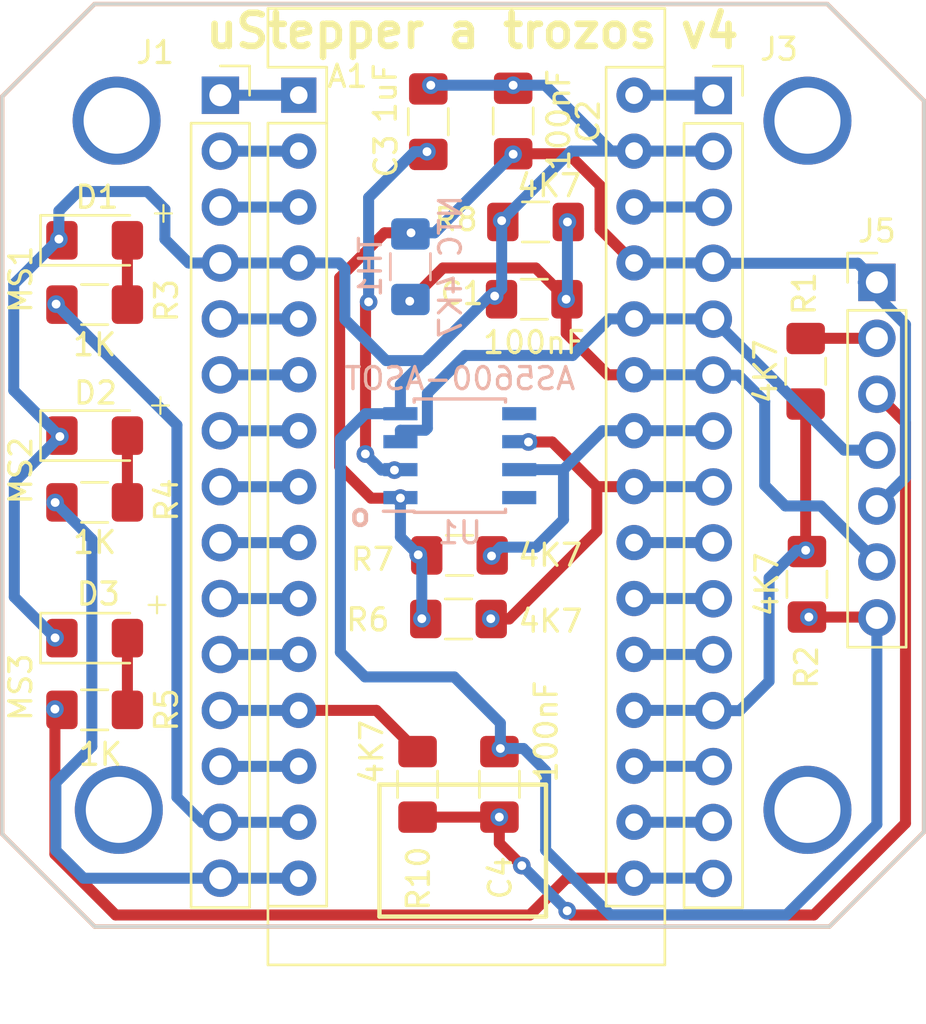
<source format=kicad_pcb>
(kicad_pcb (version 20171130) (host pcbnew 5.0.2-bee76a0~70~ubuntu18.04.1)

  (general
    (thickness 1.6)
    (drawings 34)
    (tracks 256)
    (zones 0)
    (modules 22)
    (nets 36)
  )

  (page A4)
  (layers
    (0 F.Cu signal)
    (31 B.Cu signal)
    (32 B.Adhes user)
    (33 F.Adhes user)
    (34 B.Paste user)
    (35 F.Paste user)
    (36 B.SilkS user)
    (37 F.SilkS user)
    (38 B.Mask user)
    (39 F.Mask user)
    (40 Dwgs.User user)
    (41 Cmts.User user)
    (42 Eco1.User user)
    (43 Eco2.User user)
    (44 Edge.Cuts user)
    (45 Margin user)
    (46 B.CrtYd user)
    (47 F.CrtYd user)
    (48 B.Fab user)
    (49 F.Fab user)
  )

  (setup
    (last_trace_width 0.25)
    (user_trace_width 0.5)
    (user_trace_width 1)
    (trace_clearance 0.2)
    (zone_clearance 0.508)
    (zone_45_only no)
    (trace_min 0.2)
    (segment_width 0.2)
    (edge_width 0.15)
    (via_size 0.8)
    (via_drill 0.4)
    (via_min_size 0.4)
    (via_min_drill 0.3)
    (uvia_size 0.3)
    (uvia_drill 0.1)
    (uvias_allowed no)
    (uvia_min_size 0.2)
    (uvia_min_drill 0.1)
    (pcb_text_width 0.3)
    (pcb_text_size 1.5 1.5)
    (mod_edge_width 0.15)
    (mod_text_size 1 1)
    (mod_text_width 0.15)
    (pad_size 1.524 1.524)
    (pad_drill 0.762)
    (pad_to_mask_clearance 0.2)
    (solder_mask_min_width 0.25)
    (aux_axis_origin 0 0)
    (grid_origin 110.2 119.8)
    (visible_elements FFFFFF7F)
    (pcbplotparams
      (layerselection 0x010f0_ffffffff)
      (usegerberextensions false)
      (usegerberattributes false)
      (usegerberadvancedattributes false)
      (creategerberjobfile false)
      (excludeedgelayer true)
      (linewidth 0.100000)
      (plotframeref false)
      (viasonmask false)
      (mode 1)
      (useauxorigin false)
      (hpglpennumber 1)
      (hpglpenspeed 20)
      (hpglpendiameter 15.000000)
      (psnegative false)
      (psa4output false)
      (plotreference true)
      (plotvalue true)
      (plotinvisibletext false)
      (padsonsilk false)
      (subtractmaskfromsilk false)
      (outputformat 1)
      (mirror false)
      (drillshape 0)
      (scaleselection 1)
      (outputdirectory "../ustepper_trozos_4.1/plot/nano/"))
  )

  (net 0 "")
  (net 1 "Net-(C3-Pad1)")
  (net 2 A5-SCL)
  (net 3 A4-SDA)
  (net 4 A7-ASA)
  (net 5 A6-TEMP)
  (net 6 27-5V)
  (net 7 17-3V3)
  (net 8 29-GND)
  (net 9 30-VIN)
  (net 10 D1-TXD)
  (net 11 D0-RXD)
  (net 12 18-AREF)
  (net 13 3-RST)
  (net 14 D5-)
  (net 15 D6-)
  (net 16 28-RST)
  (net 17 D2-)
  (net 18 D3-)
  (net 19 D4-STEP)
  (net 20 D7-DIR)
  (net 21 D8-ENA)
  (net 22 D11-MS1)
  (net 23 D12-MS2)
  (net 24 D13-MS3)
  (net 25 A0-V)
  (net 26 D9-PWM-OUT)
  (net 27 "Net-(D1-Pad2)")
  (net 28 "Net-(D2-Pad2)")
  (net 29 "Net-(D3-Pad2)")
  (net 30 D10-)
  (net 31 AN-OUT)
  (net 32 AIN-10V)
  (net 33 A1-I)
  (net 34 A2-VEL_DER)
  (net 35 A3-VEL_IZQ)

  (net_class Default "Esta es la clase de red por defecto."
    (clearance 0.2)
    (trace_width 0.25)
    (via_dia 0.8)
    (via_drill 0.4)
    (uvia_dia 0.3)
    (uvia_drill 0.1)
    (add_net 17-3V3)
    (add_net 18-AREF)
    (add_net 27-5V)
    (add_net 28-RST)
    (add_net 29-GND)
    (add_net 3-RST)
    (add_net 30-VIN)
    (add_net A0-V)
    (add_net A1-I)
    (add_net A2-VEL_DER)
    (add_net A3-VEL_IZQ)
    (add_net A4-SDA)
    (add_net A5-SCL)
    (add_net A6-TEMP)
    (add_net A7-ASA)
    (add_net AIN-10V)
    (add_net AN-OUT)
    (add_net D0-RXD)
    (add_net D1-TXD)
    (add_net D10-)
    (add_net D11-MS1)
    (add_net D12-MS2)
    (add_net D13-MS3)
    (add_net D2-)
    (add_net D3-)
    (add_net D4-STEP)
    (add_net D5-)
    (add_net D6-)
    (add_net D7-DIR)
    (add_net D8-ENA)
    (add_net D9-PWM-OUT)
    (add_net "Net-(C3-Pad1)")
    (add_net "Net-(D1-Pad2)")
    (add_net "Net-(D2-Pad2)")
    (add_net "Net-(D3-Pad2)")
  )

  (module Package_SO:SOIC-8_3.9x4.9mm_P1.27mm (layer B.Cu) (tedit 5BA28C38) (tstamp 5BA8F9BB)
    (at 142.2 68.81392)
    (descr "8-Lead Plastic Small Outline (SN) - Narrow, 3.90 mm Body [SOIC] (see Microchip Packaging Specification 00000049BS.pdf)")
    (tags "SOIC 1.27")
    (path /5B9D875B)
    (attr smd)
    (fp_text reference U1 (at 0 3.5) (layer B.SilkS)
      (effects (font (size 1 1) (thickness 0.15)) (justify mirror))
    )
    (fp_text value AS5600-ASOT (at 0 -3.5) (layer B.SilkS)
      (effects (font (size 1 1) (thickness 0.15)) (justify mirror))
    )
    (fp_text user %R (at 0 0) (layer B.Fab)
      (effects (font (size 1 1) (thickness 0.15)) (justify mirror))
    )
    (fp_line (start -0.95 2.45) (end 1.95 2.45) (layer B.Fab) (width 0.1))
    (fp_line (start 1.95 2.45) (end 1.95 -2.45) (layer B.Fab) (width 0.1))
    (fp_line (start 1.95 -2.45) (end -1.95 -2.45) (layer B.Fab) (width 0.1))
    (fp_line (start -1.95 -2.45) (end -1.95 1.45) (layer B.Fab) (width 0.1))
    (fp_line (start -1.95 1.45) (end -0.95 2.45) (layer B.Fab) (width 0.1))
    (fp_line (start -3.73 2.7) (end -3.73 -2.7) (layer B.CrtYd) (width 0.05))
    (fp_line (start 3.73 2.7) (end 3.73 -2.7) (layer B.CrtYd) (width 0.05))
    (fp_line (start -3.73 2.7) (end 3.73 2.7) (layer B.CrtYd) (width 0.05))
    (fp_line (start -3.73 -2.7) (end 3.73 -2.7) (layer B.CrtYd) (width 0.05))
    (fp_line (start -2.075 2.575) (end -2.075 2.525) (layer B.SilkS) (width 0.15))
    (fp_line (start 2.075 2.575) (end 2.075 2.43) (layer B.SilkS) (width 0.15))
    (fp_line (start 2.075 -2.575) (end 2.075 -2.43) (layer B.SilkS) (width 0.15))
    (fp_line (start -2.075 -2.575) (end -2.075 -2.43) (layer B.SilkS) (width 0.15))
    (fp_line (start -2.075 2.575) (end 2.075 2.575) (layer B.SilkS) (width 0.15))
    (fp_line (start -2.075 -2.575) (end 2.075 -2.575) (layer B.SilkS) (width 0.15))
    (fp_line (start -2.075 2.525) (end -3.475 2.525) (layer B.SilkS) (width 0.15))
    (pad 1 smd rect (at -2.7 1.905) (size 1.55 0.6) (layers B.Cu B.Paste B.Mask)
      (net 6 27-5V))
    (pad 2 smd rect (at -2.7 0.635) (size 1.55 0.6) (layers B.Cu B.Paste B.Mask)
      (net 1 "Net-(C3-Pad1)"))
    (pad 3 smd rect (at -2.7 -0.635) (size 1.55 0.6) (layers B.Cu B.Paste B.Mask)
      (net 4 A7-ASA))
    (pad 4 smd rect (at -2.7 -1.905) (size 1.55 0.6) (layers B.Cu B.Paste B.Mask)
      (net 8 29-GND))
    (pad 5 smd rect (at 2.7 -1.905) (size 1.55 0.6) (layers B.Cu B.Paste B.Mask))
    (pad 6 smd rect (at 2.7 -0.635) (size 1.55 0.6) (layers B.Cu B.Paste B.Mask)
      (net 3 A4-SDA))
    (pad 7 smd rect (at 2.7 0.635) (size 1.55 0.6) (layers B.Cu B.Paste B.Mask)
      (net 2 A5-SCL))
    (pad 8 smd rect (at 2.7 1.905) (size 1.55 0.6) (layers B.Cu B.Paste B.Mask))
    (model ${KISYS3DMOD}/Package_SO.3dshapes/SOIC-8_3.9x4.9mm_P1.27mm.wrl
      (at (xyz 0 0 0))
      (scale (xyz 1 1 1))
      (rotate (xyz 0 0 0))
    )
  )

  (module Module:Arduino_Nano (layer F.Cu) (tedit 5C50A1FA) (tstamp 5C5927E7)
    (at 134.87864 52.44174)
    (descr "Arduino Nano, http://www.mouser.com/pdfdocs/Gravitech_Arduino_Nano3_0.pdf")
    (tags "Arduino Nano")
    (path /5B9D81DE)
    (fp_text reference A1 (at 2.21742 -0.85598) (layer F.SilkS)
      (effects (font (size 1 1) (thickness 0.15)))
    )
    (fp_text value Arduino_Nano_v3.x (at 13.02766 22.26056 90) (layer F.Fab)
      (effects (font (size 1 1) (thickness 0.15)))
    )
    (fp_text user %R (at 7.24408 26.43632 90) (layer F.Fab)
      (effects (font (size 1 1) (thickness 0.15)))
    )
    (fp_line (start 1.27 1.27) (end 1.27 -1.27) (layer F.SilkS) (width 0.12))
    (fp_line (start 1.27 -1.27) (end -1.4 -1.27) (layer F.SilkS) (width 0.12))
    (fp_line (start -1.4 1.27) (end -1.4 39.5) (layer F.SilkS) (width 0.12))
    (fp_line (start -1.4 -3.94) (end -1.4 -1.27) (layer F.SilkS) (width 0.12))
    (fp_line (start 13.97 -1.27) (end 16.64 -1.27) (layer F.SilkS) (width 0.12))
    (fp_line (start 13.97 -1.27) (end 13.97 36.83) (layer F.SilkS) (width 0.12))
    (fp_line (start 13.97 36.83) (end 16.64 36.83) (layer F.SilkS) (width 0.12))
    (fp_line (start 1.27 1.27) (end -1.4 1.27) (layer F.SilkS) (width 0.12))
    (fp_line (start 1.27 1.27) (end 1.27 36.83) (layer F.SilkS) (width 0.12))
    (fp_line (start 1.27 36.83) (end -1.4 36.83) (layer F.SilkS) (width 0.12))
    (fp_line (start 3.81 31.75) (end 11.43 31.75) (layer F.Fab) (width 0.1))
    (fp_line (start 11.43 31.75) (end 11.43 41.91) (layer F.Fab) (width 0.1))
    (fp_line (start 11.43 41.91) (end 3.81 41.91) (layer F.Fab) (width 0.1))
    (fp_line (start 3.81 41.91) (end 3.81 31.75) (layer F.Fab) (width 0.1))
    (fp_line (start -1.4 39.5) (end 16.64 39.5) (layer F.SilkS) (width 0.12))
    (fp_line (start 16.64 39.5) (end 16.64 -3.94) (layer F.SilkS) (width 0.12))
    (fp_line (start 16.64 -3.94) (end -1.4 -3.94) (layer F.SilkS) (width 0.12))
    (fp_line (start 16.51 39.37) (end -1.27 39.37) (layer F.Fab) (width 0.1))
    (fp_line (start -1.27 39.37) (end -1.27 -2.54) (layer F.Fab) (width 0.1))
    (fp_line (start -1.27 -2.54) (end 0 -3.81) (layer F.Fab) (width 0.1))
    (fp_line (start 0 -3.81) (end 16.51 -3.81) (layer F.Fab) (width 0.1))
    (fp_line (start 16.51 -3.81) (end 16.51 39.37) (layer F.Fab) (width 0.1))
    (fp_line (start -1.53 -4.06) (end 16.75 -4.06) (layer F.CrtYd) (width 0.05))
    (fp_line (start -1.53 -4.06) (end -1.53 42.16) (layer F.CrtYd) (width 0.05))
    (fp_line (start 16.75 42.16) (end 16.75 -4.06) (layer F.CrtYd) (width 0.05))
    (fp_line (start 16.75 42.16) (end -1.53 42.16) (layer F.CrtYd) (width 0.05))
    (pad 1 thru_hole rect (at 0 0) (size 1.6 1.6) (drill 0.8) (layers *.Cu *.Mask)
      (net 10 D1-TXD))
    (pad 17 thru_hole oval (at 15.24 33.02) (size 1.6 1.6) (drill 0.8) (layers *.Cu *.Mask)
      (net 7 17-3V3))
    (pad 2 thru_hole oval (at 0 2.54) (size 1.6 1.6) (drill 0.8) (layers *.Cu *.Mask)
      (net 11 D0-RXD))
    (pad 18 thru_hole oval (at 15.24 30.48) (size 1.6 1.6) (drill 0.8) (layers *.Cu *.Mask)
      (net 12 18-AREF))
    (pad 3 thru_hole oval (at 0 5.08) (size 1.6 1.6) (drill 0.8) (layers *.Cu *.Mask)
      (net 13 3-RST))
    (pad 19 thru_hole oval (at 15.24 27.94) (size 1.6 1.6) (drill 0.8) (layers *.Cu *.Mask)
      (net 25 A0-V))
    (pad 4 thru_hole oval (at 0 7.62) (size 1.6 1.6) (drill 0.8) (layers *.Cu *.Mask)
      (net 8 29-GND))
    (pad 20 thru_hole oval (at 15.24 25.4) (size 1.6 1.6) (drill 0.8) (layers *.Cu *.Mask)
      (net 33 A1-I))
    (pad 5 thru_hole oval (at 0 10.16) (size 1.6 1.6) (drill 0.8) (layers *.Cu *.Mask)
      (net 17 D2-))
    (pad 21 thru_hole oval (at 15.24 22.86) (size 1.6 1.6) (drill 0.8) (layers *.Cu *.Mask)
      (net 34 A2-VEL_DER))
    (pad 6 thru_hole oval (at 0 12.7) (size 1.6 1.6) (drill 0.8) (layers *.Cu *.Mask)
      (net 18 D3-))
    (pad 22 thru_hole oval (at 15.24 20.32) (size 1.6 1.6) (drill 0.8) (layers *.Cu *.Mask)
      (net 35 A3-VEL_IZQ))
    (pad 7 thru_hole oval (at 0 15.24) (size 1.6 1.6) (drill 0.8) (layers *.Cu *.Mask)
      (net 19 D4-STEP))
    (pad 23 thru_hole oval (at 15.24 17.78) (size 1.6 1.6) (drill 0.8) (layers *.Cu *.Mask)
      (net 3 A4-SDA))
    (pad 8 thru_hole oval (at 0 17.78) (size 1.6 1.6) (drill 0.8) (layers *.Cu *.Mask)
      (net 14 D5-))
    (pad 24 thru_hole oval (at 15.24 15.24) (size 1.6 1.6) (drill 0.8) (layers *.Cu *.Mask)
      (net 2 A5-SCL))
    (pad 9 thru_hole oval (at 0 20.32) (size 1.6 1.6) (drill 0.8) (layers *.Cu *.Mask)
      (net 15 D6-))
    (pad 25 thru_hole oval (at 15.24 12.7) (size 1.6 1.6) (drill 0.8) (layers *.Cu *.Mask)
      (net 5 A6-TEMP))
    (pad 10 thru_hole oval (at 0 22.86) (size 1.6 1.6) (drill 0.8) (layers *.Cu *.Mask)
      (net 20 D7-DIR))
    (pad 26 thru_hole oval (at 15.24 10.16) (size 1.6 1.6) (drill 0.8) (layers *.Cu *.Mask)
      (net 4 A7-ASA))
    (pad 11 thru_hole oval (at 0 25.4) (size 1.6 1.6) (drill 0.8) (layers *.Cu *.Mask)
      (net 21 D8-ENA))
    (pad 27 thru_hole oval (at 15.24 7.62) (size 1.6 1.6) (drill 0.8) (layers *.Cu *.Mask)
      (net 6 27-5V))
    (pad 12 thru_hole oval (at 0 27.94) (size 1.6 1.6) (drill 0.8) (layers *.Cu *.Mask)
      (net 26 D9-PWM-OUT))
    (pad 28 thru_hole oval (at 15.24 5.08) (size 1.6 1.6) (drill 0.8) (layers *.Cu *.Mask)
      (net 16 28-RST))
    (pad 13 thru_hole oval (at 0 30.48) (size 1.6 1.6) (drill 0.8) (layers *.Cu *.Mask)
      (net 30 D10-))
    (pad 29 thru_hole oval (at 15.24 2.54) (size 1.6 1.6) (drill 0.8) (layers *.Cu *.Mask)
      (net 8 29-GND))
    (pad 14 thru_hole oval (at 0 33.02) (size 1.6 1.6) (drill 0.8) (layers *.Cu *.Mask)
      (net 22 D11-MS1))
    (pad 30 thru_hole oval (at 15.24 0) (size 1.6 1.6) (drill 0.8) (layers *.Cu *.Mask)
      (net 9 30-VIN))
    (pad 15 thru_hole oval (at 0 35.56) (size 1.6 1.6) (drill 0.8) (layers *.Cu *.Mask)
      (net 23 D12-MS2))
    (pad 16 thru_hole oval (at 15.24 35.56) (size 1.6 1.6) (drill 0.8) (layers *.Cu *.Mask)
      (net 24 D13-MS3))
    (model ${KISYS3DMOD}/Module.3dshapes/Arduino_Nano_WithMountingHoles.wrl
      (at (xyz 0 0 0))
      (scale (xyz 1 1 1))
      (rotate (xyz 0 0 0))
    )
  )

  (module Capacitor_SMD:C_1206_3216Metric_Pad1.42x1.75mm_HandSolder (layer F.Cu) (tedit 5C4D8BFD) (tstamp 5C5927F8)
    (at 145.5822 61.7102 180)
    (descr "Capacitor SMD 1206 (3216 Metric), square (rectangular) end terminal, IPC_7351 nominal with elongated pad for handsoldering. (Body size source: http://www.tortai-tech.com/upload/download/2011102023233369053.pdf), generated with kicad-footprint-generator")
    (tags "capacitor handsolder")
    (path /5B9E5696)
    (attr smd)
    (fp_text reference C1 (at 3.28422 0.25908 180) (layer F.SilkS)
      (effects (font (size 1 1) (thickness 0.15)))
    )
    (fp_text value 100nF (at 0.01016 -1.96342 180) (layer F.SilkS)
      (effects (font (size 1 1) (thickness 0.15)))
    )
    (fp_line (start -1.6 0.8) (end -1.6 -0.8) (layer F.Fab) (width 0.1))
    (fp_line (start -1.6 -0.8) (end 1.6 -0.8) (layer F.Fab) (width 0.1))
    (fp_line (start 1.6 -0.8) (end 1.6 0.8) (layer F.Fab) (width 0.1))
    (fp_line (start 1.6 0.8) (end -1.6 0.8) (layer F.Fab) (width 0.1))
    (fp_line (start -0.602064 -0.91) (end 0.602064 -0.91) (layer F.SilkS) (width 0.12))
    (fp_line (start -0.602064 0.91) (end 0.602064 0.91) (layer F.SilkS) (width 0.12))
    (fp_line (start -2.45 1.12) (end -2.45 -1.12) (layer F.CrtYd) (width 0.05))
    (fp_line (start -2.45 -1.12) (end 2.45 -1.12) (layer F.CrtYd) (width 0.05))
    (fp_line (start 2.45 -1.12) (end 2.45 1.12) (layer F.CrtYd) (width 0.05))
    (fp_line (start 2.45 1.12) (end -2.45 1.12) (layer F.CrtYd) (width 0.05))
    (fp_text user %R (at 0 0 180) (layer F.Fab)
      (effects (font (size 0.8 0.8) (thickness 0.12)))
    )
    (pad 1 smd roundrect (at -1.4875 0 180) (size 1.425 1.75) (layers F.Cu F.Paste F.Mask) (roundrect_rratio 0.175439)
      (net 5 A6-TEMP))
    (pad 2 smd roundrect (at 1.4875 0 180) (size 1.425 1.75) (layers F.Cu F.Paste F.Mask) (roundrect_rratio 0.175439)
      (net 8 29-GND))
    (model ${KISYS3DMOD}/Capacitor_SMD.3dshapes/C_1206_3216Metric.wrl
      (at (xyz 0 0 0))
      (scale (xyz 1 1 1))
      (rotate (xyz 0 0 0))
    )
  )

  (module Capacitor_SMD:C_1206_3216Metric_Pad1.42x1.75mm_HandSolder (layer F.Cu) (tedit 5C4D8C06) (tstamp 5C592809)
    (at 144.62462 53.61522 90)
    (descr "Capacitor SMD 1206 (3216 Metric), square (rectangular) end terminal, IPC_7351 nominal with elongated pad for handsoldering. (Body size source: http://www.tortai-tech.com/upload/download/2011102023233369053.pdf), generated with kicad-footprint-generator")
    (tags "capacitor handsolder")
    (path /5B9EB5F4)
    (attr smd)
    (fp_text reference C2 (at -0.01778 3.41122 90) (layer F.SilkS)
      (effects (font (size 1 1) (thickness 0.15)))
    )
    (fp_text value 100nF (at 0.04826 2.0701 90) (layer F.SilkS)
      (effects (font (size 1 1) (thickness 0.15)))
    )
    (fp_line (start -1.6 0.8) (end -1.6 -0.8) (layer F.Fab) (width 0.1))
    (fp_line (start -1.6 -0.8) (end 1.6 -0.8) (layer F.Fab) (width 0.1))
    (fp_line (start 1.6 -0.8) (end 1.6 0.8) (layer F.Fab) (width 0.1))
    (fp_line (start 1.6 0.8) (end -1.6 0.8) (layer F.Fab) (width 0.1))
    (fp_line (start -0.602064 -0.91) (end 0.602064 -0.91) (layer F.SilkS) (width 0.12))
    (fp_line (start -0.602064 0.91) (end 0.602064 0.91) (layer F.SilkS) (width 0.12))
    (fp_line (start -2.45 1.12) (end -2.45 -1.12) (layer F.CrtYd) (width 0.05))
    (fp_line (start -2.45 -1.12) (end 2.45 -1.12) (layer F.CrtYd) (width 0.05))
    (fp_line (start 2.45 -1.12) (end 2.45 1.12) (layer F.CrtYd) (width 0.05))
    (fp_line (start 2.45 1.12) (end -2.45 1.12) (layer F.CrtYd) (width 0.05))
    (fp_text user %R (at 0 0 90) (layer F.Fab)
      (effects (font (size 0.8 0.8) (thickness 0.12)))
    )
    (pad 1 smd roundrect (at -1.4875 0 90) (size 1.425 1.75) (layers F.Cu F.Paste F.Mask) (roundrect_rratio 0.175439)
      (net 6 27-5V))
    (pad 2 smd roundrect (at 1.4875 0 90) (size 1.425 1.75) (layers F.Cu F.Paste F.Mask) (roundrect_rratio 0.175439)
      (net 8 29-GND))
    (model ${KISYS3DMOD}/Capacitor_SMD.3dshapes/C_1206_3216Metric.wrl
      (at (xyz 0 0 0))
      (scale (xyz 1 1 1))
      (rotate (xyz 0 0 0))
    )
  )

  (module Capacitor_SMD:C_1206_3216Metric_Pad1.42x1.75mm_HandSolder (layer F.Cu) (tedit 5C4D8BB9) (tstamp 5C59281A)
    (at 140.76636 53.6457 90)
    (descr "Capacitor SMD 1206 (3216 Metric), square (rectangular) end terminal, IPC_7351 nominal with elongated pad for handsoldering. (Body size source: http://www.tortai-tech.com/upload/download/2011102023233369053.pdf), generated with kicad-footprint-generator")
    (tags "capacitor handsolder")
    (path /5B9EB53C)
    (attr smd)
    (fp_text reference C3 (at -1.56464 -1.92532 90) (layer F.SilkS)
      (effects (font (size 1 1) (thickness 0.15)))
    )
    (fp_text value 1uF (at 1.28778 -1.95834 90) (layer F.SilkS)
      (effects (font (size 1 1) (thickness 0.15)))
    )
    (fp_text user %R (at 0 0 90) (layer F.Fab)
      (effects (font (size 0.8 0.8) (thickness 0.12)))
    )
    (fp_line (start 2.45 1.12) (end -2.45 1.12) (layer F.CrtYd) (width 0.05))
    (fp_line (start 2.45 -1.12) (end 2.45 1.12) (layer F.CrtYd) (width 0.05))
    (fp_line (start -2.45 -1.12) (end 2.45 -1.12) (layer F.CrtYd) (width 0.05))
    (fp_line (start -2.45 1.12) (end -2.45 -1.12) (layer F.CrtYd) (width 0.05))
    (fp_line (start -0.602064 0.91) (end 0.602064 0.91) (layer F.SilkS) (width 0.12))
    (fp_line (start -0.602064 -0.91) (end 0.602064 -0.91) (layer F.SilkS) (width 0.12))
    (fp_line (start 1.6 0.8) (end -1.6 0.8) (layer F.Fab) (width 0.1))
    (fp_line (start 1.6 -0.8) (end 1.6 0.8) (layer F.Fab) (width 0.1))
    (fp_line (start -1.6 -0.8) (end 1.6 -0.8) (layer F.Fab) (width 0.1))
    (fp_line (start -1.6 0.8) (end -1.6 -0.8) (layer F.Fab) (width 0.1))
    (pad 2 smd roundrect (at 1.4875 0 90) (size 1.425 1.75) (layers F.Cu F.Paste F.Mask) (roundrect_rratio 0.175439)
      (net 8 29-GND))
    (pad 1 smd roundrect (at -1.4875 0 90) (size 1.425 1.75) (layers F.Cu F.Paste F.Mask) (roundrect_rratio 0.175439)
      (net 1 "Net-(C3-Pad1)"))
    (model ${KISYS3DMOD}/Capacitor_SMD.3dshapes/C_1206_3216Metric.wrl
      (at (xyz 0 0 0))
      (scale (xyz 1 1 1))
      (rotate (xyz 0 0 0))
    )
  )

  (module Capacitor_SMD:C_1206_3216Metric_Pad1.42x1.75mm_HandSolder (layer F.Cu) (tedit 5C4D8B51) (tstamp 5C59282B)
    (at 143.99978 83.74216 90)
    (descr "Capacitor SMD 1206 (3216 Metric), square (rectangular) end terminal, IPC_7351 nominal with elongated pad for handsoldering. (Body size source: http://www.tortai-tech.com/upload/download/2011102023233369053.pdf), generated with kicad-footprint-generator")
    (tags "capacitor handsolder")
    (path /5C506AAD)
    (attr smd)
    (fp_text reference C4 (at -4.24434 0.03556 90) (layer F.SilkS)
      (effects (font (size 1 1) (thickness 0.15)))
    )
    (fp_text value 100nF (at 2.4003 2.12344 90) (layer F.SilkS)
      (effects (font (size 1 1) (thickness 0.15)))
    )
    (fp_text user %R (at 0 0 90) (layer F.Fab)
      (effects (font (size 0.8 0.8) (thickness 0.12)))
    )
    (fp_line (start 2.45 1.12) (end -2.45 1.12) (layer F.CrtYd) (width 0.05))
    (fp_line (start 2.45 -1.12) (end 2.45 1.12) (layer F.CrtYd) (width 0.05))
    (fp_line (start -2.45 -1.12) (end 2.45 -1.12) (layer F.CrtYd) (width 0.05))
    (fp_line (start -2.45 1.12) (end -2.45 -1.12) (layer F.CrtYd) (width 0.05))
    (fp_line (start -0.602064 0.91) (end 0.602064 0.91) (layer F.SilkS) (width 0.12))
    (fp_line (start -0.602064 -0.91) (end 0.602064 -0.91) (layer F.SilkS) (width 0.12))
    (fp_line (start 1.6 0.8) (end -1.6 0.8) (layer F.Fab) (width 0.1))
    (fp_line (start 1.6 -0.8) (end 1.6 0.8) (layer F.Fab) (width 0.1))
    (fp_line (start -1.6 -0.8) (end 1.6 -0.8) (layer F.Fab) (width 0.1))
    (fp_line (start -1.6 0.8) (end -1.6 -0.8) (layer F.Fab) (width 0.1))
    (pad 2 smd roundrect (at 1.4875 0 90) (size 1.425 1.75) (layers F.Cu F.Paste F.Mask) (roundrect_rratio 0.175439)
      (net 8 29-GND))
    (pad 1 smd roundrect (at -1.4875 0 90) (size 1.425 1.75) (layers F.Cu F.Paste F.Mask) (roundrect_rratio 0.175439)
      (net 31 AN-OUT))
    (model ${KISYS3DMOD}/Capacitor_SMD.3dshapes/C_1206_3216Metric.wrl
      (at (xyz 0 0 0))
      (scale (xyz 1 1 1))
      (rotate (xyz 0 0 0))
    )
  )

  (module LED_SMD:LED_1206_3216Metric_Pad1.42x1.75mm_HandSolder (layer F.Cu) (tedit 5C4D8A78) (tstamp 5C59283E)
    (at 125.60256 59.03304)
    (descr "LED SMD 1206 (3216 Metric), square (rectangular) end terminal, IPC_7351 nominal, (Body size source: http://www.tortai-tech.com/upload/download/2011102023233369053.pdf), generated with kicad-footprint-generator")
    (tags "LED handsolder")
    (path /5BE9FBCF)
    (attr smd)
    (fp_text reference D1 (at 0.10414 -1.95834 180) (layer F.SilkS)
      (effects (font (size 1 1) (thickness 0.15)))
    )
    (fp_text value MS1 (at -3.35788 1.77038 90) (layer F.SilkS)
      (effects (font (size 1 1) (thickness 0.15)))
    )
    (fp_text user %R (at 0 0) (layer F.Fab)
      (effects (font (size 0.8 0.8) (thickness 0.12)))
    )
    (fp_line (start 2.45 1.12) (end -2.45 1.12) (layer F.CrtYd) (width 0.05))
    (fp_line (start 2.45 -1.12) (end 2.45 1.12) (layer F.CrtYd) (width 0.05))
    (fp_line (start -2.45 -1.12) (end 2.45 -1.12) (layer F.CrtYd) (width 0.05))
    (fp_line (start -2.45 1.12) (end -2.45 -1.12) (layer F.CrtYd) (width 0.05))
    (fp_line (start -2.46 1.135) (end 1.6 1.135) (layer F.SilkS) (width 0.12))
    (fp_line (start -2.46 -1.135) (end -2.46 1.135) (layer F.SilkS) (width 0.12))
    (fp_line (start 1.6 -1.135) (end -2.46 -1.135) (layer F.SilkS) (width 0.12))
    (fp_line (start 1.6 0.8) (end 1.6 -0.8) (layer F.Fab) (width 0.1))
    (fp_line (start -1.6 0.8) (end 1.6 0.8) (layer F.Fab) (width 0.1))
    (fp_line (start -1.6 -0.4) (end -1.6 0.8) (layer F.Fab) (width 0.1))
    (fp_line (start -1.2 -0.8) (end -1.6 -0.4) (layer F.Fab) (width 0.1))
    (fp_line (start 1.6 -0.8) (end -1.2 -0.8) (layer F.Fab) (width 0.1))
    (pad 2 smd roundrect (at 1.4875 0) (size 1.425 1.75) (layers F.Cu F.Paste F.Mask) (roundrect_rratio 0.175439)
      (net 27 "Net-(D1-Pad2)"))
    (pad 1 smd roundrect (at -1.4875 0) (size 1.425 1.75) (layers F.Cu F.Paste F.Mask) (roundrect_rratio 0.175439)
      (net 8 29-GND))
    (model ${KISYS3DMOD}/LED_SMD.3dshapes/LED_1206_3216Metric.wrl
      (at (xyz 0 0 0))
      (scale (xyz 1 1 1))
      (rotate (xyz 0 0 0))
    )
  )

  (module LED_SMD:LED_1206_3216Metric_Pad1.42x1.75mm_HandSolder (layer F.Cu) (tedit 5C4D8A7E) (tstamp 5C592851)
    (at 125.60256 67.90272)
    (descr "LED SMD 1206 (3216 Metric), square (rectangular) end terminal, IPC_7351 nominal, (Body size source: http://www.tortai-tech.com/upload/download/2011102023233369053.pdf), generated with kicad-footprint-generator")
    (tags "LED handsolder")
    (path /5BEAA9A0)
    (attr smd)
    (fp_text reference D2 (at 0.04064 -1.93802 180) (layer F.SilkS)
      (effects (font (size 1 1) (thickness 0.15)))
    )
    (fp_text value MS2 (at -3.35788 1.59004 90) (layer F.SilkS)
      (effects (font (size 1 1) (thickness 0.15)))
    )
    (fp_line (start 1.6 -0.8) (end -1.2 -0.8) (layer F.Fab) (width 0.1))
    (fp_line (start -1.2 -0.8) (end -1.6 -0.4) (layer F.Fab) (width 0.1))
    (fp_line (start -1.6 -0.4) (end -1.6 0.8) (layer F.Fab) (width 0.1))
    (fp_line (start -1.6 0.8) (end 1.6 0.8) (layer F.Fab) (width 0.1))
    (fp_line (start 1.6 0.8) (end 1.6 -0.8) (layer F.Fab) (width 0.1))
    (fp_line (start 1.6 -1.135) (end -2.46 -1.135) (layer F.SilkS) (width 0.12))
    (fp_line (start -2.46 -1.135) (end -2.46 1.135) (layer F.SilkS) (width 0.12))
    (fp_line (start -2.46 1.135) (end 1.6 1.135) (layer F.SilkS) (width 0.12))
    (fp_line (start -2.45 1.12) (end -2.45 -1.12) (layer F.CrtYd) (width 0.05))
    (fp_line (start -2.45 -1.12) (end 2.45 -1.12) (layer F.CrtYd) (width 0.05))
    (fp_line (start 2.45 -1.12) (end 2.45 1.12) (layer F.CrtYd) (width 0.05))
    (fp_line (start 2.45 1.12) (end -2.45 1.12) (layer F.CrtYd) (width 0.05))
    (fp_text user %R (at 0 0) (layer F.Fab)
      (effects (font (size 0.8 0.8) (thickness 0.12)))
    )
    (pad 1 smd roundrect (at -1.4875 0) (size 1.425 1.75) (layers F.Cu F.Paste F.Mask) (roundrect_rratio 0.175439)
      (net 8 29-GND))
    (pad 2 smd roundrect (at 1.4875 0) (size 1.425 1.75) (layers F.Cu F.Paste F.Mask) (roundrect_rratio 0.175439)
      (net 28 "Net-(D2-Pad2)"))
    (model ${KISYS3DMOD}/LED_SMD.3dshapes/LED_1206_3216Metric.wrl
      (at (xyz 0 0 0))
      (scale (xyz 1 1 1))
      (rotate (xyz 0 0 0))
    )
  )

  (module LED_SMD:LED_1206_3216Metric_Pad1.42x1.75mm_HandSolder (layer F.Cu) (tedit 5C4D8A84) (tstamp 5C592864)
    (at 125.60256 77.10006)
    (descr "LED SMD 1206 (3216 Metric), square (rectangular) end terminal, IPC_7351 nominal, (Body size source: http://www.tortai-tech.com/upload/download/2011102023233369053.pdf), generated with kicad-footprint-generator")
    (tags "LED handsolder")
    (path /5BEC173D)
    (attr smd)
    (fp_text reference D3 (at 0.16764 -2.00406 180) (layer F.SilkS)
      (effects (font (size 1 1) (thickness 0.15)))
    )
    (fp_text value MS3 (at -3.35788 2.23266 90) (layer F.SilkS)
      (effects (font (size 1 1) (thickness 0.15)))
    )
    (fp_line (start 1.6 -0.8) (end -1.2 -0.8) (layer F.Fab) (width 0.1))
    (fp_line (start -1.2 -0.8) (end -1.6 -0.4) (layer F.Fab) (width 0.1))
    (fp_line (start -1.6 -0.4) (end -1.6 0.8) (layer F.Fab) (width 0.1))
    (fp_line (start -1.6 0.8) (end 1.6 0.8) (layer F.Fab) (width 0.1))
    (fp_line (start 1.6 0.8) (end 1.6 -0.8) (layer F.Fab) (width 0.1))
    (fp_line (start 1.6 -1.135) (end -2.46 -1.135) (layer F.SilkS) (width 0.12))
    (fp_line (start -2.46 -1.135) (end -2.46 1.135) (layer F.SilkS) (width 0.12))
    (fp_line (start -2.46 1.135) (end 1.6 1.135) (layer F.SilkS) (width 0.12))
    (fp_line (start -2.45 1.12) (end -2.45 -1.12) (layer F.CrtYd) (width 0.05))
    (fp_line (start -2.45 -1.12) (end 2.45 -1.12) (layer F.CrtYd) (width 0.05))
    (fp_line (start 2.45 -1.12) (end 2.45 1.12) (layer F.CrtYd) (width 0.05))
    (fp_line (start 2.45 1.12) (end -2.45 1.12) (layer F.CrtYd) (width 0.05))
    (fp_text user %R (at 0 0) (layer F.Fab)
      (effects (font (size 0.8 0.8) (thickness 0.12)))
    )
    (pad 1 smd roundrect (at -1.4875 0) (size 1.425 1.75) (layers F.Cu F.Paste F.Mask) (roundrect_rratio 0.175439)
      (net 8 29-GND))
    (pad 2 smd roundrect (at 1.4875 0) (size 1.425 1.75) (layers F.Cu F.Paste F.Mask) (roundrect_rratio 0.175439)
      (net 29 "Net-(D3-Pad2)"))
    (model ${KISYS3DMOD}/LED_SMD.3dshapes/LED_1206_3216Metric.wrl
      (at (xyz 0 0 0))
      (scale (xyz 1 1 1))
      (rotate (xyz 0 0 0))
    )
  )

  (module Connector_PinSocket_2.54mm:PinSocket_1x15_P2.54mm_Vertical (layer F.Cu) (tedit 5A19A41D) (tstamp 5C592887)
    (at 131.31502 52.44428)
    (descr "Through hole straight socket strip, 1x15, 2.54mm pitch, single row (from Kicad 4.0.7), script generated")
    (tags "Through hole socket strip THT 1x15 2.54mm single row")
    (path /5BA1DEA0)
    (fp_text reference J1 (at -2.96418 -1.9431) (layer F.SilkS)
      (effects (font (size 1 1) (thickness 0.15)))
    )
    (fp_text value Conn_01x15_Female (at 1.59766 25.68448 90) (layer F.Fab)
      (effects (font (size 1 1) (thickness 0.15)))
    )
    (fp_text user %R (at 0 17.78 90) (layer F.Fab)
      (effects (font (size 1 1) (thickness 0.15)))
    )
    (fp_line (start -1.8 37.3) (end -1.8 -1.8) (layer F.CrtYd) (width 0.05))
    (fp_line (start 1.75 37.3) (end -1.8 37.3) (layer F.CrtYd) (width 0.05))
    (fp_line (start 1.75 -1.8) (end 1.75 37.3) (layer F.CrtYd) (width 0.05))
    (fp_line (start -1.8 -1.8) (end 1.75 -1.8) (layer F.CrtYd) (width 0.05))
    (fp_line (start 0 -1.33) (end 1.33 -1.33) (layer F.SilkS) (width 0.12))
    (fp_line (start 1.33 -1.33) (end 1.33 0) (layer F.SilkS) (width 0.12))
    (fp_line (start 1.33 1.27) (end 1.33 36.89) (layer F.SilkS) (width 0.12))
    (fp_line (start -1.33 36.89) (end 1.33 36.89) (layer F.SilkS) (width 0.12))
    (fp_line (start -1.33 1.27) (end -1.33 36.89) (layer F.SilkS) (width 0.12))
    (fp_line (start -1.33 1.27) (end 1.33 1.27) (layer F.SilkS) (width 0.12))
    (fp_line (start -1.27 36.83) (end -1.27 -1.27) (layer F.Fab) (width 0.1))
    (fp_line (start 1.27 36.83) (end -1.27 36.83) (layer F.Fab) (width 0.1))
    (fp_line (start 1.27 -0.635) (end 1.27 36.83) (layer F.Fab) (width 0.1))
    (fp_line (start 0.635 -1.27) (end 1.27 -0.635) (layer F.Fab) (width 0.1))
    (fp_line (start -1.27 -1.27) (end 0.635 -1.27) (layer F.Fab) (width 0.1))
    (pad 15 thru_hole oval (at 0 35.56) (size 1.7 1.7) (drill 1) (layers *.Cu *.Mask)
      (net 23 D12-MS2))
    (pad 14 thru_hole oval (at 0 33.02) (size 1.7 1.7) (drill 1) (layers *.Cu *.Mask)
      (net 22 D11-MS1))
    (pad 13 thru_hole oval (at 0 30.48) (size 1.7 1.7) (drill 1) (layers *.Cu *.Mask)
      (net 30 D10-))
    (pad 12 thru_hole oval (at 0 27.94) (size 1.7 1.7) (drill 1) (layers *.Cu *.Mask)
      (net 26 D9-PWM-OUT))
    (pad 11 thru_hole oval (at 0 25.4) (size 1.7 1.7) (drill 1) (layers *.Cu *.Mask)
      (net 21 D8-ENA))
    (pad 10 thru_hole oval (at 0 22.86) (size 1.7 1.7) (drill 1) (layers *.Cu *.Mask)
      (net 20 D7-DIR))
    (pad 9 thru_hole oval (at 0 20.32) (size 1.7 1.7) (drill 1) (layers *.Cu *.Mask)
      (net 15 D6-))
    (pad 8 thru_hole oval (at 0 17.78) (size 1.7 1.7) (drill 1) (layers *.Cu *.Mask)
      (net 14 D5-))
    (pad 7 thru_hole oval (at 0 15.24) (size 1.7 1.7) (drill 1) (layers *.Cu *.Mask)
      (net 19 D4-STEP))
    (pad 6 thru_hole oval (at 0 12.7) (size 1.7 1.7) (drill 1) (layers *.Cu *.Mask)
      (net 18 D3-))
    (pad 5 thru_hole oval (at 0 10.16) (size 1.7 1.7) (drill 1) (layers *.Cu *.Mask)
      (net 17 D2-))
    (pad 4 thru_hole oval (at 0 7.62) (size 1.7 1.7) (drill 1) (layers *.Cu *.Mask)
      (net 8 29-GND))
    (pad 3 thru_hole oval (at 0 5.08) (size 1.7 1.7) (drill 1) (layers *.Cu *.Mask)
      (net 13 3-RST))
    (pad 2 thru_hole oval (at 0 2.54) (size 1.7 1.7) (drill 1) (layers *.Cu *.Mask)
      (net 11 D0-RXD))
    (pad 1 thru_hole rect (at 0 0) (size 1.7 1.7) (drill 1) (layers *.Cu *.Mask)
      (net 10 D1-TXD))
    (model ${KISYS3DMOD}/Connector_PinSocket_2.54mm.3dshapes/PinSocket_1x15_P2.54mm_Vertical.wrl
      (at (xyz 0 0 0))
      (scale (xyz 1 1 1))
      (rotate (xyz 0 0 0))
    )
  )

  (module Connector_PinSocket_2.54mm:PinSocket_1x15_P2.54mm_Vertical (layer F.Cu) (tedit 5A19A41D) (tstamp 5C5928C0)
    (at 153.72036 52.45444)
    (descr "Through hole straight socket strip, 1x15, 2.54mm pitch, single row (from Kicad 4.0.7), script generated")
    (tags "Through hole socket strip THT 1x15 2.54mm single row")
    (path /5BA1DD14)
    (fp_text reference J3 (at 2.98704 -2.10058) (layer F.SilkS)
      (effects (font (size 1 1) (thickness 0.15)))
    )
    (fp_text value Conn_01x15_Female (at -0.96266 19.64182 90) (layer F.Fab)
      (effects (font (size 1 1) (thickness 0.15)))
    )
    (fp_line (start -1.27 -1.27) (end 0.635 -1.27) (layer F.Fab) (width 0.1))
    (fp_line (start 0.635 -1.27) (end 1.27 -0.635) (layer F.Fab) (width 0.1))
    (fp_line (start 1.27 -0.635) (end 1.27 36.83) (layer F.Fab) (width 0.1))
    (fp_line (start 1.27 36.83) (end -1.27 36.83) (layer F.Fab) (width 0.1))
    (fp_line (start -1.27 36.83) (end -1.27 -1.27) (layer F.Fab) (width 0.1))
    (fp_line (start -1.33 1.27) (end 1.33 1.27) (layer F.SilkS) (width 0.12))
    (fp_line (start -1.33 1.27) (end -1.33 36.89) (layer F.SilkS) (width 0.12))
    (fp_line (start -1.33 36.89) (end 1.33 36.89) (layer F.SilkS) (width 0.12))
    (fp_line (start 1.33 1.27) (end 1.33 36.89) (layer F.SilkS) (width 0.12))
    (fp_line (start 1.33 -1.33) (end 1.33 0) (layer F.SilkS) (width 0.12))
    (fp_line (start 0 -1.33) (end 1.33 -1.33) (layer F.SilkS) (width 0.12))
    (fp_line (start -1.8 -1.8) (end 1.75 -1.8) (layer F.CrtYd) (width 0.05))
    (fp_line (start 1.75 -1.8) (end 1.75 37.3) (layer F.CrtYd) (width 0.05))
    (fp_line (start 1.75 37.3) (end -1.8 37.3) (layer F.CrtYd) (width 0.05))
    (fp_line (start -1.8 37.3) (end -1.8 -1.8) (layer F.CrtYd) (width 0.05))
    (fp_text user %R (at 0 17.78 90) (layer F.Fab)
      (effects (font (size 1 1) (thickness 0.15)))
    )
    (pad 1 thru_hole rect (at 0 0) (size 1.7 1.7) (drill 1) (layers *.Cu *.Mask)
      (net 9 30-VIN))
    (pad 2 thru_hole oval (at 0 2.54) (size 1.7 1.7) (drill 1) (layers *.Cu *.Mask)
      (net 8 29-GND))
    (pad 3 thru_hole oval (at 0 5.08) (size 1.7 1.7) (drill 1) (layers *.Cu *.Mask)
      (net 16 28-RST))
    (pad 4 thru_hole oval (at 0 7.62) (size 1.7 1.7) (drill 1) (layers *.Cu *.Mask)
      (net 6 27-5V))
    (pad 5 thru_hole oval (at 0 10.16) (size 1.7 1.7) (drill 1) (layers *.Cu *.Mask)
      (net 4 A7-ASA))
    (pad 6 thru_hole oval (at 0 12.7) (size 1.7 1.7) (drill 1) (layers *.Cu *.Mask)
      (net 5 A6-TEMP))
    (pad 7 thru_hole oval (at 0 15.24) (size 1.7 1.7) (drill 1) (layers *.Cu *.Mask)
      (net 2 A5-SCL))
    (pad 8 thru_hole oval (at 0 17.78) (size 1.7 1.7) (drill 1) (layers *.Cu *.Mask)
      (net 3 A4-SDA))
    (pad 9 thru_hole oval (at 0 20.32) (size 1.7 1.7) (drill 1) (layers *.Cu *.Mask)
      (net 35 A3-VEL_IZQ))
    (pad 10 thru_hole oval (at 0 22.86) (size 1.7 1.7) (drill 1) (layers *.Cu *.Mask)
      (net 34 A2-VEL_DER))
    (pad 11 thru_hole oval (at 0 25.4) (size 1.7 1.7) (drill 1) (layers *.Cu *.Mask)
      (net 33 A1-I))
    (pad 12 thru_hole oval (at 0 27.94) (size 1.7 1.7) (drill 1) (layers *.Cu *.Mask)
      (net 25 A0-V))
    (pad 13 thru_hole oval (at 0 30.48) (size 1.7 1.7) (drill 1) (layers *.Cu *.Mask)
      (net 12 18-AREF))
    (pad 14 thru_hole oval (at 0 33.02) (size 1.7 1.7) (drill 1) (layers *.Cu *.Mask)
      (net 7 17-3V3))
    (pad 15 thru_hole oval (at 0 35.56) (size 1.7 1.7) (drill 1) (layers *.Cu *.Mask)
      (net 24 D13-MS3))
    (model ${KISYS3DMOD}/Connector_PinSocket_2.54mm.3dshapes/PinSocket_1x15_P2.54mm_Vertical.wrl
      (at (xyz 0 0 0))
      (scale (xyz 1 1 1))
      (rotate (xyz 0 0 0))
    )
  )

  (module Connector_PinHeader_2.54mm:PinHeader_1x07_P2.54mm_Vertical (layer F.Cu) (tedit 59FED5CC) (tstamp 5C5928F1)
    (at 161.15494 60.94312)
    (descr "Through hole straight pin header, 1x07, 2.54mm pitch, single row")
    (tags "Through hole pin header THT 1x07 2.54mm single row")
    (path /5C5C1840)
    (fp_text reference J5 (at 0 -2.33) (layer F.SilkS)
      (effects (font (size 1 1) (thickness 0.15)))
    )
    (fp_text value Conn_01x07_Female (at -1.29794 7.26186 90) (layer F.Fab)
      (effects (font (size 1 1) (thickness 0.15)))
    )
    (fp_line (start -0.635 -1.27) (end 1.27 -1.27) (layer F.Fab) (width 0.1))
    (fp_line (start 1.27 -1.27) (end 1.27 16.51) (layer F.Fab) (width 0.1))
    (fp_line (start 1.27 16.51) (end -1.27 16.51) (layer F.Fab) (width 0.1))
    (fp_line (start -1.27 16.51) (end -1.27 -0.635) (layer F.Fab) (width 0.1))
    (fp_line (start -1.27 -0.635) (end -0.635 -1.27) (layer F.Fab) (width 0.1))
    (fp_line (start -1.33 16.57) (end 1.33 16.57) (layer F.SilkS) (width 0.12))
    (fp_line (start -1.33 1.27) (end -1.33 16.57) (layer F.SilkS) (width 0.12))
    (fp_line (start 1.33 1.27) (end 1.33 16.57) (layer F.SilkS) (width 0.12))
    (fp_line (start -1.33 1.27) (end 1.33 1.27) (layer F.SilkS) (width 0.12))
    (fp_line (start -1.33 0) (end -1.33 -1.33) (layer F.SilkS) (width 0.12))
    (fp_line (start -1.33 -1.33) (end 0 -1.33) (layer F.SilkS) (width 0.12))
    (fp_line (start -1.8 -1.8) (end -1.8 17.05) (layer F.CrtYd) (width 0.05))
    (fp_line (start -1.8 17.05) (end 1.8 17.05) (layer F.CrtYd) (width 0.05))
    (fp_line (start 1.8 17.05) (end 1.8 -1.8) (layer F.CrtYd) (width 0.05))
    (fp_line (start 1.8 -1.8) (end -1.8 -1.8) (layer F.CrtYd) (width 0.05))
    (fp_text user %R (at 0 7.62 90) (layer F.Fab)
      (effects (font (size 1 1) (thickness 0.15)))
    )
    (pad 1 thru_hole rect (at 0 0) (size 1.7 1.7) (drill 1) (layers *.Cu *.Mask)
      (net 6 27-5V))
    (pad 2 thru_hole oval (at 0 2.54) (size 1.7 1.7) (drill 1) (layers *.Cu *.Mask)
      (net 32 AIN-10V))
    (pad 3 thru_hole oval (at 0 5.08) (size 1.7 1.7) (drill 1) (layers *.Cu *.Mask)
      (net 31 AN-OUT))
    (pad 4 thru_hole oval (at 0 7.62) (size 1.7 1.7) (drill 1) (layers *.Cu *.Mask)
      (net 4 A7-ASA))
    (pad 5 thru_hole oval (at 0 10.16) (size 1.7 1.7) (drill 1) (layers *.Cu *.Mask)
      (net 6 27-5V))
    (pad 6 thru_hole oval (at 0 12.7) (size 1.7 1.7) (drill 1) (layers *.Cu *.Mask)
      (net 5 A6-TEMP))
    (pad 7 thru_hole oval (at 0 15.24) (size 1.7 1.7) (drill 1) (layers *.Cu *.Mask)
      (net 8 29-GND))
    (model ${KISYS3DMOD}/Connector_PinHeader_2.54mm.3dshapes/PinHeader_1x07_P2.54mm_Vertical.wrl
      (at (xyz 0 0 0))
      (scale (xyz 1 1 1))
      (rotate (xyz 0 0 0))
    )
  )

  (module Resistor_SMD:R_1206_3216Metric_Pad1.42x1.75mm_HandSolder (layer F.Cu) (tedit 5C4D8CC9) (tstamp 5C592902)
    (at 157.91898 64.98172 270)
    (descr "Resistor SMD 1206 (3216 Metric), square (rectangular) end terminal, IPC_7351 nominal with elongated pad for handsoldering. (Body size source: http://www.tortai-tech.com/upload/download/2011102023233369053.pdf), generated with kicad-footprint-generator")
    (tags "resistor handsolder")
    (path /5BDC142F)
    (attr smd)
    (fp_text reference R1 (at -3.52806 0.0635 270) (layer F.SilkS)
      (effects (font (size 1 1) (thickness 0.15)))
    )
    (fp_text value 4K7 (at 0 1.82 270) (layer F.SilkS)
      (effects (font (size 1 1) (thickness 0.15)))
    )
    (fp_line (start -1.6 0.8) (end -1.6 -0.8) (layer F.Fab) (width 0.1))
    (fp_line (start -1.6 -0.8) (end 1.6 -0.8) (layer F.Fab) (width 0.1))
    (fp_line (start 1.6 -0.8) (end 1.6 0.8) (layer F.Fab) (width 0.1))
    (fp_line (start 1.6 0.8) (end -1.6 0.8) (layer F.Fab) (width 0.1))
    (fp_line (start -0.602064 -0.91) (end 0.602064 -0.91) (layer F.SilkS) (width 0.12))
    (fp_line (start -0.602064 0.91) (end 0.602064 0.91) (layer F.SilkS) (width 0.12))
    (fp_line (start -2.45 1.12) (end -2.45 -1.12) (layer F.CrtYd) (width 0.05))
    (fp_line (start -2.45 -1.12) (end 2.45 -1.12) (layer F.CrtYd) (width 0.05))
    (fp_line (start 2.45 -1.12) (end 2.45 1.12) (layer F.CrtYd) (width 0.05))
    (fp_line (start 2.45 1.12) (end -2.45 1.12) (layer F.CrtYd) (width 0.05))
    (fp_text user %R (at 0 0 270) (layer F.Fab)
      (effects (font (size 0.8 0.8) (thickness 0.12)))
    )
    (pad 1 smd roundrect (at -1.4875 0 270) (size 1.425 1.75) (layers F.Cu F.Paste F.Mask) (roundrect_rratio 0.175439)
      (net 32 AIN-10V))
    (pad 2 smd roundrect (at 1.4875 0 270) (size 1.425 1.75) (layers F.Cu F.Paste F.Mask) (roundrect_rratio 0.175439)
      (net 25 A0-V))
    (model ${KISYS3DMOD}/Resistor_SMD.3dshapes/R_1206_3216Metric.wrl
      (at (xyz 0 0 0))
      (scale (xyz 1 1 1))
      (rotate (xyz 0 0 0))
    )
  )

  (module Resistor_SMD:R_1206_3216Metric_Pad1.42x1.75mm_HandSolder (layer F.Cu) (tedit 5C4D8CCF) (tstamp 5C592913)
    (at 157.9774 74.65658 270)
    (descr "Resistor SMD 1206 (3216 Metric), square (rectangular) end terminal, IPC_7351 nominal with elongated pad for handsoldering. (Body size source: http://www.tortai-tech.com/upload/download/2011102023233369053.pdf), generated with kicad-footprint-generator")
    (tags "resistor handsolder")
    (path /5BDC1436)
    (attr smd)
    (fp_text reference R2 (at 3.76682 0.02032 270) (layer F.SilkS)
      (effects (font (size 1 1) (thickness 0.15)))
    )
    (fp_text value 4K7 (at 0 1.82 270) (layer F.SilkS)
      (effects (font (size 1 1) (thickness 0.15)))
    )
    (fp_text user %R (at 0 0 270) (layer F.Fab)
      (effects (font (size 0.8 0.8) (thickness 0.12)))
    )
    (fp_line (start 2.45 1.12) (end -2.45 1.12) (layer F.CrtYd) (width 0.05))
    (fp_line (start 2.45 -1.12) (end 2.45 1.12) (layer F.CrtYd) (width 0.05))
    (fp_line (start -2.45 -1.12) (end 2.45 -1.12) (layer F.CrtYd) (width 0.05))
    (fp_line (start -2.45 1.12) (end -2.45 -1.12) (layer F.CrtYd) (width 0.05))
    (fp_line (start -0.602064 0.91) (end 0.602064 0.91) (layer F.SilkS) (width 0.12))
    (fp_line (start -0.602064 -0.91) (end 0.602064 -0.91) (layer F.SilkS) (width 0.12))
    (fp_line (start 1.6 0.8) (end -1.6 0.8) (layer F.Fab) (width 0.1))
    (fp_line (start 1.6 -0.8) (end 1.6 0.8) (layer F.Fab) (width 0.1))
    (fp_line (start -1.6 -0.8) (end 1.6 -0.8) (layer F.Fab) (width 0.1))
    (fp_line (start -1.6 0.8) (end -1.6 -0.8) (layer F.Fab) (width 0.1))
    (pad 2 smd roundrect (at 1.4875 0 270) (size 1.425 1.75) (layers F.Cu F.Paste F.Mask) (roundrect_rratio 0.175439)
      (net 8 29-GND))
    (pad 1 smd roundrect (at -1.4875 0 270) (size 1.425 1.75) (layers F.Cu F.Paste F.Mask) (roundrect_rratio 0.175439)
      (net 25 A0-V))
    (model ${KISYS3DMOD}/Resistor_SMD.3dshapes/R_1206_3216Metric.wrl
      (at (xyz 0 0 0))
      (scale (xyz 1 1 1))
      (rotate (xyz 0 0 0))
    )
  )

  (module Resistor_SMD:R_1206_3216Metric_Pad1.42x1.75mm_HandSolder (layer F.Cu) (tedit 5C4D8AB7) (tstamp 5C592924)
    (at 125.60256 61.95404)
    (descr "Resistor SMD 1206 (3216 Metric), square (rectangular) end terminal, IPC_7351 nominal with elongated pad for handsoldering. (Body size source: http://www.tortai-tech.com/upload/download/2011102023233369053.pdf), generated with kicad-footprint-generator")
    (tags "resistor handsolder")
    (path /5BE9FD25)
    (attr smd)
    (fp_text reference R3 (at 3.2639 -0.18034 90) (layer F.SilkS)
      (effects (font (size 1 1) (thickness 0.15)))
    )
    (fp_text value 1K (at 0 1.82) (layer F.SilkS)
      (effects (font (size 1 1) (thickness 0.15)))
    )
    (fp_line (start -1.6 0.8) (end -1.6 -0.8) (layer F.Fab) (width 0.1))
    (fp_line (start -1.6 -0.8) (end 1.6 -0.8) (layer F.Fab) (width 0.1))
    (fp_line (start 1.6 -0.8) (end 1.6 0.8) (layer F.Fab) (width 0.1))
    (fp_line (start 1.6 0.8) (end -1.6 0.8) (layer F.Fab) (width 0.1))
    (fp_line (start -0.602064 -0.91) (end 0.602064 -0.91) (layer F.SilkS) (width 0.12))
    (fp_line (start -0.602064 0.91) (end 0.602064 0.91) (layer F.SilkS) (width 0.12))
    (fp_line (start -2.45 1.12) (end -2.45 -1.12) (layer F.CrtYd) (width 0.05))
    (fp_line (start -2.45 -1.12) (end 2.45 -1.12) (layer F.CrtYd) (width 0.05))
    (fp_line (start 2.45 -1.12) (end 2.45 1.12) (layer F.CrtYd) (width 0.05))
    (fp_line (start 2.45 1.12) (end -2.45 1.12) (layer F.CrtYd) (width 0.05))
    (fp_text user %R (at 0 0) (layer F.Fab)
      (effects (font (size 0.8 0.8) (thickness 0.12)))
    )
    (pad 1 smd roundrect (at -1.4875 0) (size 1.425 1.75) (layers F.Cu F.Paste F.Mask) (roundrect_rratio 0.175439)
      (net 22 D11-MS1))
    (pad 2 smd roundrect (at 1.4875 0) (size 1.425 1.75) (layers F.Cu F.Paste F.Mask) (roundrect_rratio 0.175439)
      (net 27 "Net-(D1-Pad2)"))
    (model ${KISYS3DMOD}/Resistor_SMD.3dshapes/R_1206_3216Metric.wrl
      (at (xyz 0 0 0))
      (scale (xyz 1 1 1))
      (rotate (xyz 0 0 0))
    )
  )

  (module Resistor_SMD:R_1206_3216Metric_Pad1.42x1.75mm_HandSolder (layer F.Cu) (tedit 5C4D8B3B) (tstamp 5C592935)
    (at 125.60256 70.93548)
    (descr "Resistor SMD 1206 (3216 Metric), square (rectangular) end terminal, IPC_7351 nominal with elongated pad for handsoldering. (Body size source: http://www.tortai-tech.com/upload/download/2011102023233369053.pdf), generated with kicad-footprint-generator")
    (tags "resistor handsolder")
    (path /5BEAA9A6)
    (attr smd)
    (fp_text reference R4 (at 3.2639 -0.10668 90) (layer F.SilkS)
      (effects (font (size 1 1) (thickness 0.15)))
    )
    (fp_text value 1K (at 0 1.82) (layer F.SilkS)
      (effects (font (size 1 1) (thickness 0.15)))
    )
    (fp_text user %R (at 0 0) (layer F.Fab)
      (effects (font (size 0.8 0.8) (thickness 0.12)))
    )
    (fp_line (start 2.45 1.12) (end -2.45 1.12) (layer F.CrtYd) (width 0.05))
    (fp_line (start 2.45 -1.12) (end 2.45 1.12) (layer F.CrtYd) (width 0.05))
    (fp_line (start -2.45 -1.12) (end 2.45 -1.12) (layer F.CrtYd) (width 0.05))
    (fp_line (start -2.45 1.12) (end -2.45 -1.12) (layer F.CrtYd) (width 0.05))
    (fp_line (start -0.602064 0.91) (end 0.602064 0.91) (layer F.SilkS) (width 0.12))
    (fp_line (start -0.602064 -0.91) (end 0.602064 -0.91) (layer F.SilkS) (width 0.12))
    (fp_line (start 1.6 0.8) (end -1.6 0.8) (layer F.Fab) (width 0.1))
    (fp_line (start 1.6 -0.8) (end 1.6 0.8) (layer F.Fab) (width 0.1))
    (fp_line (start -1.6 -0.8) (end 1.6 -0.8) (layer F.Fab) (width 0.1))
    (fp_line (start -1.6 0.8) (end -1.6 -0.8) (layer F.Fab) (width 0.1))
    (pad 2 smd roundrect (at 1.4875 0) (size 1.425 1.75) (layers F.Cu F.Paste F.Mask) (roundrect_rratio 0.175439)
      (net 28 "Net-(D2-Pad2)"))
    (pad 1 smd roundrect (at -1.4875 0) (size 1.425 1.75) (layers F.Cu F.Paste F.Mask) (roundrect_rratio 0.175439)
      (net 23 D12-MS2))
    (model ${KISYS3DMOD}/Resistor_SMD.3dshapes/R_1206_3216Metric.wrl
      (at (xyz 0 0 0))
      (scale (xyz 1 1 1))
      (rotate (xyz 0 0 0))
    )
  )

  (module Resistor_SMD:R_1206_3216Metric_Pad1.42x1.75mm_HandSolder (layer F.Cu) (tedit 5C4D8B35) (tstamp 5C592946)
    (at 125.60256 80.35888)
    (descr "Resistor SMD 1206 (3216 Metric), square (rectangular) end terminal, IPC_7351 nominal with elongated pad for handsoldering. (Body size source: http://www.tortai-tech.com/upload/download/2011102023233369053.pdf), generated with kicad-footprint-generator")
    (tags "resistor handsolder")
    (path /5BEC1743)
    (attr smd)
    (fp_text reference R5 (at 3.2639 0 90) (layer F.SilkS)
      (effects (font (size 1 1) (thickness 0.15)))
    )
    (fp_text value 1K (at 0.2609 2.01676) (layer F.SilkS)
      (effects (font (size 1 1) (thickness 0.15)))
    )
    (fp_line (start -1.6 0.8) (end -1.6 -0.8) (layer F.Fab) (width 0.1))
    (fp_line (start -1.6 -0.8) (end 1.6 -0.8) (layer F.Fab) (width 0.1))
    (fp_line (start 1.6 -0.8) (end 1.6 0.8) (layer F.Fab) (width 0.1))
    (fp_line (start 1.6 0.8) (end -1.6 0.8) (layer F.Fab) (width 0.1))
    (fp_line (start -0.602064 -0.91) (end 0.602064 -0.91) (layer F.SilkS) (width 0.12))
    (fp_line (start -0.602064 0.91) (end 0.602064 0.91) (layer F.SilkS) (width 0.12))
    (fp_line (start -2.45 1.12) (end -2.45 -1.12) (layer F.CrtYd) (width 0.05))
    (fp_line (start -2.45 -1.12) (end 2.45 -1.12) (layer F.CrtYd) (width 0.05))
    (fp_line (start 2.45 -1.12) (end 2.45 1.12) (layer F.CrtYd) (width 0.05))
    (fp_line (start 2.45 1.12) (end -2.45 1.12) (layer F.CrtYd) (width 0.05))
    (fp_text user %R (at 0 0) (layer F.Fab)
      (effects (font (size 0.8 0.8) (thickness 0.12)))
    )
    (pad 1 smd roundrect (at -1.4875 0) (size 1.425 1.75) (layers F.Cu F.Paste F.Mask) (roundrect_rratio 0.175439)
      (net 24 D13-MS3))
    (pad 2 smd roundrect (at 1.4875 0) (size 1.425 1.75) (layers F.Cu F.Paste F.Mask) (roundrect_rratio 0.175439)
      (net 29 "Net-(D3-Pad2)"))
    (model ${KISYS3DMOD}/Resistor_SMD.3dshapes/R_1206_3216Metric.wrl
      (at (xyz 0 0 0))
      (scale (xyz 1 1 1))
      (rotate (xyz 0 0 0))
    )
  )

  (module Resistor_SMD:R_1206_3216Metric_Pad1.42x1.75mm_HandSolder (layer F.Cu) (tedit 5C4D8B5D) (tstamp 5C592957)
    (at 142.1389 76.23138)
    (descr "Resistor SMD 1206 (3216 Metric), square (rectangular) end terminal, IPC_7351 nominal with elongated pad for handsoldering. (Body size source: http://www.tortai-tech.com/upload/download/2011102023233369053.pdf), generated with kicad-footprint-generator")
    (tags "resistor handsolder")
    (path /5BA3DCBD)
    (attr smd)
    (fp_text reference R6 (at -4.12082 0.0381) (layer F.SilkS)
      (effects (font (size 1 1) (thickness 0.15)))
    )
    (fp_text value 4K7 (at 4.18244 0.09906) (layer F.SilkS)
      (effects (font (size 1 1) (thickness 0.15)))
    )
    (fp_text user %R (at -0.19144 0.07366) (layer F.Fab)
      (effects (font (size 0.8 0.8) (thickness 0.12)))
    )
    (fp_line (start 2.45 1.12) (end -2.45 1.12) (layer F.CrtYd) (width 0.05))
    (fp_line (start 2.45 -1.12) (end 2.45 1.12) (layer F.CrtYd) (width 0.05))
    (fp_line (start -2.45 -1.12) (end 2.45 -1.12) (layer F.CrtYd) (width 0.05))
    (fp_line (start -2.45 1.12) (end -2.45 -1.12) (layer F.CrtYd) (width 0.05))
    (fp_line (start -0.602064 0.91) (end 0.602064 0.91) (layer F.SilkS) (width 0.12))
    (fp_line (start -0.602064 -0.91) (end 0.602064 -0.91) (layer F.SilkS) (width 0.12))
    (fp_line (start 1.6 0.8) (end -1.6 0.8) (layer F.Fab) (width 0.1))
    (fp_line (start 1.6 -0.8) (end 1.6 0.8) (layer F.Fab) (width 0.1))
    (fp_line (start -1.6 -0.8) (end 1.6 -0.8) (layer F.Fab) (width 0.1))
    (fp_line (start -1.6 0.8) (end -1.6 -0.8) (layer F.Fab) (width 0.1))
    (pad 2 smd roundrect (at 1.4875 0) (size 1.425 1.75) (layers F.Cu F.Paste F.Mask) (roundrect_rratio 0.175439)
      (net 3 A4-SDA))
    (pad 1 smd roundrect (at -1.4875 0) (size 1.425 1.75) (layers F.Cu F.Paste F.Mask) (roundrect_rratio 0.175439)
      (net 6 27-5V))
    (model ${KISYS3DMOD}/Resistor_SMD.3dshapes/R_1206_3216Metric.wrl
      (at (xyz 0 0 0))
      (scale (xyz 1 1 1))
      (rotate (xyz 0 0 0))
    )
  )

  (module Resistor_SMD:R_1206_3216Metric_Pad1.42x1.75mm_HandSolder (layer F.Cu) (tedit 5C4D8B65) (tstamp 5C592968)
    (at 142.18368 73.3434)
    (descr "Resistor SMD 1206 (3216 Metric), square (rectangular) end terminal, IPC_7351 nominal with elongated pad for handsoldering. (Body size source: http://www.tortai-tech.com/upload/download/2011102023233369053.pdf), generated with kicad-footprint-generator")
    (tags "resistor handsolder")
    (path /5BA3DD59)
    (attr smd)
    (fp_text reference R7 (at -3.95732 0.1778) (layer F.SilkS)
      (effects (font (size 1 1) (thickness 0.15)))
    )
    (fp_text value 4K7 (at 4.12242 -0.00762) (layer F.SilkS)
      (effects (font (size 1 1) (thickness 0.15)))
    )
    (fp_text user %R (at -0.20066 0.14224) (layer F.Fab)
      (effects (font (size 0.8 0.8) (thickness 0.12)))
    )
    (fp_line (start 2.45 1.12) (end -2.45 1.12) (layer F.CrtYd) (width 0.05))
    (fp_line (start 2.45 -1.12) (end 2.45 1.12) (layer F.CrtYd) (width 0.05))
    (fp_line (start -2.45 -1.12) (end 2.45 -1.12) (layer F.CrtYd) (width 0.05))
    (fp_line (start -2.45 1.12) (end -2.45 -1.12) (layer F.CrtYd) (width 0.05))
    (fp_line (start -0.602064 0.91) (end 0.602064 0.91) (layer F.SilkS) (width 0.12))
    (fp_line (start -0.602064 -0.91) (end 0.602064 -0.91) (layer F.SilkS) (width 0.12))
    (fp_line (start 1.6 0.8) (end -1.6 0.8) (layer F.Fab) (width 0.1))
    (fp_line (start 1.6 -0.8) (end 1.6 0.8) (layer F.Fab) (width 0.1))
    (fp_line (start -1.6 -0.8) (end 1.6 -0.8) (layer F.Fab) (width 0.1))
    (fp_line (start -1.6 0.8) (end -1.6 -0.8) (layer F.Fab) (width 0.1))
    (pad 2 smd roundrect (at 1.4875 0) (size 1.425 1.75) (layers F.Cu F.Paste F.Mask) (roundrect_rratio 0.175439)
      (net 2 A5-SCL))
    (pad 1 smd roundrect (at -1.4875 0) (size 1.425 1.75) (layers F.Cu F.Paste F.Mask) (roundrect_rratio 0.175439)
      (net 6 27-5V))
    (model ${KISYS3DMOD}/Resistor_SMD.3dshapes/R_1206_3216Metric.wrl
      (at (xyz 0 0 0))
      (scale (xyz 1 1 1))
      (rotate (xyz 0 0 0))
    )
  )

  (module Resistor_SMD:R_1206_3216Metric_Pad1.42x1.75mm_HandSolder (layer F.Cu) (tedit 5C4D8BE5) (tstamp 5C592979)
    (at 145.64062 58.19992 180)
    (descr "Resistor SMD 1206 (3216 Metric), square (rectangular) end terminal, IPC_7351 nominal with elongated pad for handsoldering. (Body size source: http://www.tortai-tech.com/upload/download/2011102023233369053.pdf), generated with kicad-footprint-generator")
    (tags "resistor handsolder")
    (path /5B9E55FE)
    (attr smd)
    (fp_text reference R8 (at 3.61188 0.10414 180) (layer F.SilkS)
      (effects (font (size 1 1) (thickness 0.15)))
    )
    (fp_text value 4K7 (at -0.61722 1.64592 180) (layer F.SilkS)
      (effects (font (size 1 1) (thickness 0.15)))
    )
    (fp_line (start -1.6 0.8) (end -1.6 -0.8) (layer F.Fab) (width 0.1))
    (fp_line (start -1.6 -0.8) (end 1.6 -0.8) (layer F.Fab) (width 0.1))
    (fp_line (start 1.6 -0.8) (end 1.6 0.8) (layer F.Fab) (width 0.1))
    (fp_line (start 1.6 0.8) (end -1.6 0.8) (layer F.Fab) (width 0.1))
    (fp_line (start -0.602064 -0.91) (end 0.602064 -0.91) (layer F.SilkS) (width 0.12))
    (fp_line (start -0.602064 0.91) (end 0.602064 0.91) (layer F.SilkS) (width 0.12))
    (fp_line (start -2.45 1.12) (end -2.45 -1.12) (layer F.CrtYd) (width 0.05))
    (fp_line (start -2.45 -1.12) (end 2.45 -1.12) (layer F.CrtYd) (width 0.05))
    (fp_line (start 2.45 -1.12) (end 2.45 1.12) (layer F.CrtYd) (width 0.05))
    (fp_line (start 2.45 1.12) (end -2.45 1.12) (layer F.CrtYd) (width 0.05))
    (fp_text user %R (at 0 0 180) (layer F.Fab)
      (effects (font (size 0.8 0.8) (thickness 0.12)))
    )
    (pad 1 smd roundrect (at -1.4875 0 180) (size 1.425 1.75) (layers F.Cu F.Paste F.Mask) (roundrect_rratio 0.175439)
      (net 5 A6-TEMP))
    (pad 2 smd roundrect (at 1.4875 0 180) (size 1.425 1.75) (layers F.Cu F.Paste F.Mask) (roundrect_rratio 0.175439)
      (net 8 29-GND))
    (model ${KISYS3DMOD}/Resistor_SMD.3dshapes/R_1206_3216Metric.wrl
      (at (xyz 0 0 0))
      (scale (xyz 1 1 1))
      (rotate (xyz 0 0 0))
    )
  )

  (module Resistor_SMD:R_1206_3216Metric_Pad1.42x1.75mm_HandSolder (layer F.Cu) (tedit 5C4D8B48) (tstamp 5C59299B)
    (at 140.27868 83.74216 270)
    (descr "Resistor SMD 1206 (3216 Metric), square (rectangular) end terminal, IPC_7351 nominal with elongated pad for handsoldering. (Body size source: http://www.tortai-tech.com/upload/download/2011102023233369053.pdf), generated with kicad-footprint-generator")
    (tags "resistor handsolder")
    (path /5C500D6B)
    (attr smd)
    (fp_text reference R10 (at 4.27736 -0.03302 270) (layer F.SilkS)
      (effects (font (size 1 1) (thickness 0.15)))
    )
    (fp_text value 4K7 (at -1.47066 2.08534 270) (layer F.SilkS)
      (effects (font (size 1 1) (thickness 0.15)))
    )
    (fp_text user %R (at 0 0 270) (layer F.Fab)
      (effects (font (size 0.8 0.8) (thickness 0.12)))
    )
    (fp_line (start 2.45 1.12) (end -2.45 1.12) (layer F.CrtYd) (width 0.05))
    (fp_line (start 2.45 -1.12) (end 2.45 1.12) (layer F.CrtYd) (width 0.05))
    (fp_line (start -2.45 -1.12) (end 2.45 -1.12) (layer F.CrtYd) (width 0.05))
    (fp_line (start -2.45 1.12) (end -2.45 -1.12) (layer F.CrtYd) (width 0.05))
    (fp_line (start -0.602064 0.91) (end 0.602064 0.91) (layer F.SilkS) (width 0.12))
    (fp_line (start -0.602064 -0.91) (end 0.602064 -0.91) (layer F.SilkS) (width 0.12))
    (fp_line (start 1.6 0.8) (end -1.6 0.8) (layer F.Fab) (width 0.1))
    (fp_line (start 1.6 -0.8) (end 1.6 0.8) (layer F.Fab) (width 0.1))
    (fp_line (start -1.6 -0.8) (end 1.6 -0.8) (layer F.Fab) (width 0.1))
    (fp_line (start -1.6 0.8) (end -1.6 -0.8) (layer F.Fab) (width 0.1))
    (pad 2 smd roundrect (at 1.4875 0 270) (size 1.425 1.75) (layers F.Cu F.Paste F.Mask) (roundrect_rratio 0.175439)
      (net 31 AN-OUT))
    (pad 1 smd roundrect (at -1.4875 0 270) (size 1.425 1.75) (layers F.Cu F.Paste F.Mask) (roundrect_rratio 0.175439)
      (net 26 D9-PWM-OUT))
    (model ${KISYS3DMOD}/Resistor_SMD.3dshapes/R_1206_3216Metric.wrl
      (at (xyz 0 0 0))
      (scale (xyz 1 1 1))
      (rotate (xyz 0 0 0))
    )
  )

  (module Resistor_SMD:R_1206_3216Metric_Pad1.42x1.75mm_HandSolder (layer B.Cu) (tedit 5C4D8CBB) (tstamp 5C5929AC)
    (at 139.95356 60.23192 270)
    (descr "Resistor SMD 1206 (3216 Metric), square (rectangular) end terminal, IPC_7351 nominal with elongated pad for handsoldering. (Body size source: http://www.tortai-tech.com/upload/download/2011102023233369053.pdf), generated with kicad-footprint-generator")
    (tags "resistor handsolder")
    (path /5B9E5548)
    (attr smd)
    (fp_text reference TH1 (at 0 1.82 270) (layer B.SilkS)
      (effects (font (size 1 1) (thickness 0.15)) (justify mirror))
    )
    (fp_text value "NTC 4K7" (at 0 -1.82 270) (layer B.SilkS)
      (effects (font (size 1 1) (thickness 0.15)) (justify mirror))
    )
    (fp_line (start -1.6 -0.8) (end -1.6 0.8) (layer B.Fab) (width 0.1))
    (fp_line (start -1.6 0.8) (end 1.6 0.8) (layer B.Fab) (width 0.1))
    (fp_line (start 1.6 0.8) (end 1.6 -0.8) (layer B.Fab) (width 0.1))
    (fp_line (start 1.6 -0.8) (end -1.6 -0.8) (layer B.Fab) (width 0.1))
    (fp_line (start -0.602064 0.91) (end 0.602064 0.91) (layer B.SilkS) (width 0.12))
    (fp_line (start -0.602064 -0.91) (end 0.602064 -0.91) (layer B.SilkS) (width 0.12))
    (fp_line (start -2.45 -1.12) (end -2.45 1.12) (layer B.CrtYd) (width 0.05))
    (fp_line (start -2.45 1.12) (end 2.45 1.12) (layer B.CrtYd) (width 0.05))
    (fp_line (start 2.45 1.12) (end 2.45 -1.12) (layer B.CrtYd) (width 0.05))
    (fp_line (start 2.45 -1.12) (end -2.45 -1.12) (layer B.CrtYd) (width 0.05))
    (fp_text user %R (at 0 0 270) (layer B.Fab)
      (effects (font (size 0.8 0.8) (thickness 0.12)) (justify mirror))
    )
    (pad 1 smd roundrect (at -1.4875 0 270) (size 1.425 1.75) (layers B.Cu B.Paste B.Mask) (roundrect_rratio 0.175439)
      (net 6 27-5V))
    (pad 2 smd roundrect (at 1.4875 0 270) (size 1.425 1.75) (layers B.Cu B.Paste B.Mask) (roundrect_rratio 0.175439)
      (net 5 A6-TEMP))
    (model ${KISYS3DMOD}/Resistor_SMD.3dshapes/R_1206_3216Metric.wrl
      (at (xyz 0 0 0))
      (scale (xyz 1 1 1))
      (rotate (xyz 0 0 0))
    )
  )

  (gr_text o (at 137.6701 71.5019) (layer B.SilkS)
    (effects (font (size 1 1) (thickness 0.2)))
  )
  (gr_text + (at 128.4372 75.5151) (layer F.SilkS) (tstamp 5C4D8D7C)
    (effects (font (size 1 1) (thickness 0.1)))
  )
  (gr_text + (at 128.5896 66.46) (layer F.SilkS) (tstamp 5C4D8D7C)
    (effects (font (size 1 1) (thickness 0.1)))
  )
  (gr_text + (at 128.7293 57.7351) (layer F.SilkS)
    (effects (font (size 1 1) (thickness 0.1)))
  )
  (gr_line (start 138.5464 83.75232) (end 146.1156 83.75232) (layer F.SilkS) (width 0.2))
  (gr_line (start 146.1156 89.74672) (end 138.5464 89.74672) (layer F.SilkS) (width 0.2))
  (gr_line (start 146.1156 83.75232) (end 146.1156 89.74672) (layer F.SilkS) (width 0.2))
  (gr_line (start 138.5464 89.74672) (end 138.5464 83.75232) (layer F.SilkS) (width 0.2))
  (gr_text "uStepper a trozos v4" (at 142.76788 49.52328) (layer F.SilkS) (tstamp 5B9F0EB6)
    (effects (font (size 1.5 1.5) (thickness 0.3)))
  )
  (gr_line (start 121.4 52.5) (end 125.6 48.3) (layer Edge.Cuts) (width 0.15))
  (gr_line (start 121.4 86) (end 121.4 52.5) (layer B.SilkS) (width 0.2))
  (gr_line (start 125.6 90.2) (end 121.4 86) (layer B.SilkS) (width 0.2))
  (gr_line (start 159 90.2) (end 125.6 90.2) (layer B.SilkS) (width 0.2))
  (gr_line (start 163.3 85.9) (end 159 90.2) (layer B.SilkS) (width 0.2))
  (gr_line (start 163.3 52.7) (end 163.3 85.9) (layer B.SilkS) (width 0.2))
  (gr_line (start 158.9 48.3) (end 163.3 52.7) (layer B.SilkS) (width 0.2))
  (gr_line (start 125.6 48.3) (end 158.9 48.3) (layer B.SilkS) (width 0.2))
  (gr_line (start 121.4 52.5) (end 125.6 48.3) (layer B.SilkS) (width 0.2))
  (gr_line (start 121.4 86) (end 121.4 52.5) (layer F.SilkS) (width 0.2))
  (gr_line (start 125.6 90.2) (end 121.4 86) (layer F.SilkS) (width 0.2))
  (gr_line (start 159 90.2) (end 125.6 90.2) (layer F.SilkS) (width 0.2))
  (gr_line (start 163.3 85.9) (end 159 90.2) (layer F.SilkS) (width 0.2))
  (gr_line (start 163.3 52.7) (end 163.3 85.9) (layer F.SilkS) (width 0.2))
  (gr_line (start 158.9 48.3) (end 163.3 52.7) (layer F.SilkS) (width 0.2))
  (gr_line (start 125.6 48.3) (end 158.9 48.3) (layer F.SilkS) (width 0.2))
  (gr_line (start 121.4 52.5) (end 125.6 48.3) (layer F.SilkS) (width 0.2))
  (gr_line (start 121.4 52.5) (end 121.4 86) (layer Edge.Cuts) (width 0.15))
  (gr_line (start 159 90.2) (end 125.6 90.2) (layer Edge.Cuts) (width 0.15))
  (gr_line (start 163.3 85.9) (end 159 90.2) (layer Edge.Cuts) (width 0.15))
  (gr_line (start 163.3 52.7) (end 163.3 85.9) (layer Edge.Cuts) (width 0.15))
  (gr_line (start 160.2 49.6) (end 163.3 52.7) (layer Edge.Cuts) (width 0.15))
  (gr_line (start 158.9 48.3) (end 160.2 49.6) (layer Edge.Cuts) (width 0.15))
  (gr_line (start 125.6 48.3) (end 158.9 48.3) (layer Edge.Cuts) (width 0.15))
  (gr_line (start 125.6 90.2) (end 121.4 86) (layer Edge.Cuts) (width 0.15))

  (via (at 158 53.6) (size 4) (drill 3) (layers F.Cu B.Cu) (net 0))
  (via (at 126.7 84.9) (size 4) (drill 3) (layers F.Cu B.Cu) (net 0))
  (via (at 126.6 53.6) (size 4) (drill 3) (layers F.Cu B.Cu) (net 0))
  (via (at 158 84.9) (size 4) (drill 3) (layers F.Cu B.Cu) (net 0))
  (via (at 137.90632 68.73838) (size 0.8) (drill 0.4) (layers F.Cu B.Cu) (net 1))
  (via (at 138.05364 61.82958) (size 0.8) (drill 0.4) (layers F.Cu B.Cu) (net 1))
  (via (at 139.22712 69.4699) (size 0.8) (drill 0.4) (layers F.Cu B.Cu) (net 1) (status 30))
  (via (at 140.70794 55.00714) (size 0.8) (drill 0.4) (layers F.Cu B.Cu) (net 1) (status 30))
  (segment (start 138.63784 69.4699) (end 137.90632 68.73838) (width 0.5) (layer B.Cu) (net 1))
  (segment (start 139.22712 69.4699) (end 138.63784 69.4699) (width 0.5) (layer B.Cu) (net 1) (status 10))
  (segment (start 138.05364 61.263895) (end 138.05364 61.82958) (width 0.5) (layer B.Cu) (net 1))
  (segment (start 138.05364 57.095755) (end 138.05364 61.263895) (width 0.5) (layer B.Cu) (net 1))
  (segment (start 140.142255 55.00714) (end 138.05364 57.095755) (width 0.5) (layer B.Cu) (net 1))
  (segment (start 140.70794 55.00714) (end 140.142255 55.00714) (width 0.5) (layer B.Cu) (net 1))
  (segment (start 137.91394 61.96928) (end 137.91394 68.73076) (width 0.5) (layer F.Cu) (net 1))
  (segment (start 138.05364 61.82958) (end 137.91394 61.96928) (width 0.5) (layer F.Cu) (net 1))
  (segment (start 137.91394 68.73076) (end 137.90632 68.73838) (width 0.5) (layer F.Cu) (net 1))
  (via (at 143.64164 73.3688) (size 0.8) (drill 0.4) (layers F.Cu B.Cu) (net 2) (status 30))
  (segment (start 153.70766 67.68174) (end 153.72036 67.69444) (width 0.5) (layer B.Cu) (net 2) (status 30))
  (segment (start 150.11864 67.68174) (end 153.70766 67.68174) (width 0.5) (layer B.Cu) (net 2) (status 30))
  (segment (start 148.67846 67.68174) (end 150.11864 67.68174) (width 0.5) (layer B.Cu) (net 2) (status 20))
  (segment (start 144.9 69.44892) (end 146.91128 69.44892) (width 0.5) (layer B.Cu) (net 2) (status 10))
  (segment (start 146.91128 69.44892) (end 148.67846 67.68174) (width 0.5) (layer B.Cu) (net 2))
  (segment (start 146.91128 71.71714) (end 146.91128 69.44892) (width 0.5) (layer B.Cu) (net 2))
  (segment (start 145.659619 72.968801) (end 146.91128 71.71714) (width 0.5) (layer B.Cu) (net 2))
  (segment (start 143.64164 73.3688) (end 144.041639 72.968801) (width 0.5) (layer B.Cu) (net 2))
  (segment (start 144.041639 72.968801) (end 145.659619 72.968801) (width 0.5) (layer B.Cu) (net 2))
  (via (at 145.32058 68.19228) (size 0.8) (drill 0.4) (layers F.Cu B.Cu) (net 3) (status 30))
  (via (at 143.60608 76.21868) (size 0.8) (drill 0.4) (layers F.Cu B.Cu) (net 3) (status 30))
  (segment (start 153.70766 70.22174) (end 153.72036 70.23444) (width 0.5) (layer B.Cu) (net 3) (status 30))
  (segment (start 150.11864 70.22174) (end 153.70766 70.22174) (width 0.5) (layer B.Cu) (net 3) (status 30))
  (segment (start 148.427 70.22174) (end 150.11864 70.22174) (width 0.5) (layer F.Cu) (net 3) (status 20))
  (segment (start 145.32058 68.19228) (end 146.39754 68.19228) (width 0.5) (layer F.Cu) (net 3))
  (segment (start 146.39754 68.19228) (end 148.427 70.22174) (width 0.5) (layer F.Cu) (net 3))
  (segment (start 144.4389 76.23138) (end 148.427 72.24328) (width 0.5) (layer F.Cu) (net 3))
  (segment (start 148.427 72.24328) (end 148.427 70.22174) (width 0.5) (layer F.Cu) (net 3))
  (segment (start 143.6264 76.23138) (end 144.4389 76.23138) (width 0.5) (layer F.Cu) (net 3) (status 10))
  (segment (start 153.70766 62.60174) (end 153.72036 62.61444) (width 0.5) (layer B.Cu) (net 4) (status 30))
  (segment (start 150.11864 62.60174) (end 153.70766 62.60174) (width 0.5) (layer B.Cu) (net 4) (status 30))
  (segment (start 159.66904 68.56312) (end 161.15494 68.56312) (width 0.5) (layer B.Cu) (net 4) (status 20))
  (segment (start 153.72036 62.61444) (end 159.66904 68.56312) (width 0.5) (layer B.Cu) (net 4) (status 10))
  (segment (start 148.98727 62.60174) (end 150.11864 62.60174) (width 0.5) (layer B.Cu) (net 4))
  (segment (start 147.32611 64.2629) (end 148.98727 62.60174) (width 0.5) (layer B.Cu) (net 4))
  (segment (start 139.5 67.658921) (end 140.635001 67.658921) (width 0.5) (layer B.Cu) (net 4))
  (segment (start 139.5 68.17892) (end 139.5 67.658921) (width 0.5) (layer B.Cu) (net 4))
  (segment (start 140.635001 67.658921) (end 140.725001 67.568921) (width 0.5) (layer B.Cu) (net 4))
  (segment (start 140.725001 67.568921) (end 140.725001 65.983199) (width 0.5) (layer B.Cu) (net 4))
  (segment (start 140.725001 65.983199) (end 142.4453 64.2629) (width 0.5) (layer B.Cu) (net 4))
  (segment (start 142.4453 64.2629) (end 147.32611 64.2629) (width 0.5) (layer B.Cu) (net 4))
  (via (at 139.92308 61.7991) (size 0.8) (drill 0.4) (layers F.Cu B.Cu) (net 5) (status 30))
  (via (at 147.09096 58.19992) (size 0.8) (drill 0.4) (layers F.Cu B.Cu) (net 5) (status 30))
  (via (at 147.03254 61.7102) (size 0.8) (drill 0.4) (layers F.Cu B.Cu) (net 5) (status 30))
  (segment (start 153.70766 65.14174) (end 153.72036 65.15444) (width 0.5) (layer B.Cu) (net 5) (status 30))
  (segment (start 150.11864 65.14174) (end 153.70766 65.14174) (width 0.5) (layer B.Cu) (net 5) (status 30))
  (segment (start 147.09096 61.65178) (end 147.03254 61.7102) (width 0.5) (layer B.Cu) (net 5))
  (segment (start 147.09096 58.19992) (end 147.09096 61.65178) (width 0.5) (layer B.Cu) (net 5))
  (segment (start 148.92484 65.14174) (end 150.11864 65.14174) (width 0.5) (layer F.Cu) (net 5) (status 20))
  (segment (start 147.03254 61.7102) (end 147.03254 63.24944) (width 0.5) (layer F.Cu) (net 5) (status 10))
  (segment (start 147.03254 63.24944) (end 148.92484 65.14174) (width 0.5) (layer F.Cu) (net 5))
  (segment (start 146.298353 60.938853) (end 147.0697 61.7102) (width 0.5) (layer F.Cu) (net 5) (status 20))
  (segment (start 145.64984 60.29034) (end 146.298353 60.938853) (width 0.5) (layer F.Cu) (net 5))
  (segment (start 141.43184 60.29034) (end 145.64984 60.29034) (width 0.5) (layer F.Cu) (net 5))
  (segment (start 139.92308 61.7991) (end 141.43184 60.29034) (width 0.5) (layer F.Cu) (net 5))
  (segment (start 158.60986 71.09804) (end 161.15494 73.64312) (width 0.5) (layer B.Cu) (net 5) (status 20))
  (segment (start 156.99696 71.09804) (end 158.60986 71.09804) (width 0.5) (layer B.Cu) (net 5))
  (segment (start 156.05716 70.15824) (end 156.99696 71.09804) (width 0.5) (layer B.Cu) (net 5))
  (segment (start 156.05716 66.35078) (end 156.05716 70.15824) (width 0.5) (layer B.Cu) (net 5))
  (segment (start 153.72036 65.15444) (end 154.86082 65.15444) (width 0.5) (layer B.Cu) (net 5) (status 10))
  (segment (start 154.86082 65.15444) (end 156.05716 66.35078) (width 0.5) (layer B.Cu) (net 5))
  (via (at 139.9815 58.69268) (size 0.8) (drill 0.4) (layers F.Cu B.Cu) (net 6) (status 30))
  (via (at 144.62462 55.12398) (size 0.8) (drill 0.4) (layers F.Cu B.Cu) (net 6) (status 30))
  (via (at 140.47172 76.21868) (size 0.8) (drill 0.4) (layers F.Cu B.Cu) (net 6) (status 30))
  (via (at 140.30916 73.31546) (size 0.8) (drill 0.4) (layers F.Cu B.Cu) (net 6) (status 30))
  (segment (start 153.70766 60.06174) (end 153.72036 60.07444) (width 0.5) (layer B.Cu) (net 6) (status 30))
  (segment (start 150.11864 60.06174) (end 153.70766 60.06174) (width 0.5) (layer B.Cu) (net 6) (status 30))
  (segment (start 139.5 72.5063) (end 140.30916 73.31546) (width 0.5) (layer B.Cu) (net 6))
  (segment (start 139.5 70.71892) (end 139.5 70.7399) (width 0.5) (layer B.Cu) (net 6) (status 30))
  (segment (start 140.47172 73.47802) (end 140.30916 73.31546) (width 0.5) (layer B.Cu) (net 6))
  (segment (start 140.47172 76.21868) (end 140.47172 73.47802) (width 0.5) (layer B.Cu) (net 6))
  (segment (start 141.05592 58.69268) (end 144.62462 55.12398) (width 0.5) (layer B.Cu) (net 6))
  (segment (start 139.9815 58.69268) (end 141.05592 58.69268) (width 0.5) (layer B.Cu) (net 6) (status 10))
  (segment (start 147.12812 55.10272) (end 144.62462 55.10272) (width 0.5) (layer F.Cu) (net 6) (status 20))
  (segment (start 148.57178 56.54638) (end 147.12812 55.10272) (width 0.5) (layer F.Cu) (net 6))
  (segment (start 150.11864 60.06174) (end 148.57178 58.51488) (width 0.5) (layer F.Cu) (net 6) (status 10))
  (segment (start 148.57178 58.51488) (end 148.57178 56.54638) (width 0.5) (layer F.Cu) (net 6))
  (segment (start 162.004939 70.253121) (end 161.15494 71.10312) (width 0.5) (layer B.Cu) (net 6) (status 30))
  (segment (start 162.454941 69.803119) (end 162.004939 70.253121) (width 0.5) (layer B.Cu) (net 6) (status 20))
  (segment (start 160.538942 60.94312) (end 162.454941 62.859119) (width 0.5) (layer B.Cu) (net 6) (status 10))
  (segment (start 162.454941 62.859119) (end 162.454941 69.803119) (width 0.5) (layer B.Cu) (net 6))
  (segment (start 161.15494 60.94312) (end 160.538942 60.94312) (width 0.5) (layer B.Cu) (net 6) (status 30))
  (segment (start 160.28626 60.07444) (end 161.15494 60.94312) (width 0.5) (layer B.Cu) (net 6) (status 20))
  (segment (start 153.72036 60.07444) (end 160.28626 60.07444) (width 0.5) (layer B.Cu) (net 6) (status 10))
  (segment (start 139.5 70.7399) (end 139.5 72.5063) (width 0.5) (layer B.Cu) (net 6) (tstamp 5C59A00B) (status 10))
  (via (at 139.5 70.7399) (size 0.8) (drill 0.4) (layers F.Cu B.Cu) (net 6) (status 30))
  (segment (start 138.16286 70.74498) (end 139.49492 70.74498) (width 0.5) (layer F.Cu) (net 6))
  (segment (start 136.73792 69.32004) (end 138.16286 70.74498) (width 0.5) (layer F.Cu) (net 6))
  (segment (start 139.49492 70.74498) (end 139.5 70.7399) (width 0.5) (layer F.Cu) (net 6))
  (segment (start 139.9815 58.69268) (end 138.78008 58.69268) (width 0.5) (layer F.Cu) (net 6))
  (segment (start 136.73792 60.73484) (end 136.73792 69.32004) (width 0.5) (layer F.Cu) (net 6))
  (segment (start 138.78008 58.69268) (end 136.73792 60.73484) (width 0.5) (layer F.Cu) (net 6))
  (segment (start 153.70766 85.46174) (end 153.72036 85.47444) (width 0.5) (layer B.Cu) (net 7) (status 30))
  (segment (start 150.11864 85.46174) (end 153.70766 85.46174) (width 0.5) (layer B.Cu) (net 7) (status 30))
  (via (at 144.04296 82.11402) (size 0.8) (drill 0.4) (layers F.Cu B.Cu) (net 8) (status 30))
  (via (at 143.78388 61.56542) (size 0.8) (drill 0.4) (layers F.Cu B.Cu) (net 8) (status 30))
  (via (at 144.10138 58.1415) (size 0.8) (drill 0.4) (layers F.Cu B.Cu) (net 8) (status 30))
  (via (at 144.62462 51.98962) (size 0.8) (drill 0.4) (layers F.Cu B.Cu) (net 8) (status 30))
  (via (at 140.88066 51.98962) (size 0.8) (drill 0.4) (layers F.Cu B.Cu) (net 8) (status 30))
  (via (at 123.80424 77.08736) (size 0.8) (drill 0.4) (layers F.Cu B.Cu) (net 8) (status 30))
  (via (at 124.02014 67.9459) (size 0.8) (drill 0.4) (layers F.Cu B.Cu) (net 8) (status 30))
  (via (at 123.97696 58.97716) (size 0.8) (drill 0.4) (layers F.Cu B.Cu) (net 8) (status 30))
  (segment (start 134.8761 60.06428) (end 134.87864 60.06174) (width 0.5) (layer B.Cu) (net 8) (status 30))
  (segment (start 131.31502 60.06428) (end 134.8761 60.06428) (width 0.5) (layer B.Cu) (net 8) (status 30))
  (segment (start 153.70766 54.98174) (end 153.72036 54.99444) (width 0.5) (layer B.Cu) (net 8) (status 30))
  (segment (start 150.11864 54.98174) (end 153.70766 54.98174) (width 0.5) (layer B.Cu) (net 8) (status 30))
  (segment (start 161.1381 76.16628) (end 161.15494 76.18312) (width 0.5) (layer F.Cu) (net 8) (status 30))
  (segment (start 161.1159 76.14408) (end 161.15494 76.18312) (width 0.5) (layer F.Cu) (net 8) (status 30))
  (segment (start 157.9774 76.14408) (end 158.06376 76.14408) (width 0.5) (layer F.Cu) (net 8) (status 30))
  (segment (start 123.620141 67.545901) (end 124.02014 67.9459) (width 0.5) (layer B.Cu) (net 8))
  (segment (start 121.92501 65.85077) (end 123.620141 67.545901) (width 0.5) (layer B.Cu) (net 8))
  (segment (start 121.92501 61.02911) (end 121.92501 65.85077) (width 0.5) (layer B.Cu) (net 8))
  (segment (start 123.97696 58.97716) (end 121.92501 61.02911) (width 0.5) (layer B.Cu) (net 8))
  (segment (start 123.80424 77.08736) (end 121.95004 75.23316) (width 0.5) (layer B.Cu) (net 8))
  (segment (start 121.95004 70.016) (end 124.02014 67.9459) (width 0.5) (layer B.Cu) (net 8))
  (segment (start 121.95004 75.23316) (end 121.95004 70.016) (width 0.5) (layer B.Cu) (net 8))
  (segment (start 123.97696 57.697) (end 123.97696 58.97716) (width 0.5) (layer B.Cu) (net 8))
  (segment (start 129.87738 60.06428) (end 128.79534 58.98224) (width 0.5) (layer B.Cu) (net 8))
  (segment (start 131.31502 60.06428) (end 129.87738 60.06428) (width 0.5) (layer B.Cu) (net 8) (status 10))
  (segment (start 128.79534 58.98224) (end 128.79534 57.61572) (width 0.5) (layer B.Cu) (net 8))
  (segment (start 128.79534 57.61572) (end 127.99778 56.81816) (width 0.5) (layer B.Cu) (net 8))
  (segment (start 127.99778 56.81816) (end 124.8558 56.81816) (width 0.5) (layer B.Cu) (net 8))
  (segment (start 124.8558 56.81816) (end 123.97696 57.697) (width 0.5) (layer B.Cu) (net 8))
  (segment (start 140.88066 51.98962) (end 144.62462 51.98962) (width 0.5) (layer B.Cu) (net 8))
  (segment (start 149.06708 54.98174) (end 150.11864 54.98174) (width 0.5) (layer B.Cu) (net 8) (status 20))
  (segment (start 144.62462 51.98962) (end 146.07496 51.98962) (width 0.5) (layer B.Cu) (net 8))
  (segment (start 146.07496 51.98962) (end 149.06708 54.98174) (width 0.5) (layer B.Cu) (net 8))
  (segment (start 147.26114 54.98174) (end 150.11864 54.98174) (width 0.5) (layer B.Cu) (net 8) (status 20))
  (segment (start 144.10138 58.1415) (end 147.26114 54.98174) (width 0.5) (layer B.Cu) (net 8))
  (segment (start 144.10138 61.24792) (end 143.78388 61.56542) (width 0.5) (layer B.Cu) (net 8))
  (segment (start 144.10138 58.1415) (end 144.10138 61.24792) (width 0.5) (layer B.Cu) (net 8))
  (segment (start 143.5502 61.56542) (end 140.61904 64.49658) (width 0.5) (layer B.Cu) (net 8))
  (segment (start 143.78388 61.56542) (end 143.5502 61.56542) (width 0.5) (layer B.Cu) (net 8))
  (segment (start 139.5 65.58768) (end 139.5 66.90892) (width 0.5) (layer B.Cu) (net 8) (status 20))
  (segment (start 140.5911 64.49658) (end 139.5 65.58768) (width 0.5) (layer B.Cu) (net 8))
  (segment (start 158.06376 76.14408) (end 161.1159 76.14408) (width 0.5) (layer F.Cu) (net 8) (tstamp 5C5999E4) (status 30))
  (via (at 158.06376 76.14408) (size 0.8) (drill 0.4) (layers F.Cu B.Cu) (net 8) (status 30))
  (segment (start 161.15494 85.5608) (end 161.15494 76.18312) (width 0.5) (layer B.Cu) (net 8) (status 20))
  (segment (start 145.0869 82.11402) (end 146.10036 83.12748) (width 0.5) (layer B.Cu) (net 8))
  (segment (start 146.10036 83.12748) (end 146.10036 86.73174) (width 0.5) (layer B.Cu) (net 8))
  (segment (start 146.10036 86.73174) (end 149.0366 89.66798) (width 0.5) (layer B.Cu) (net 8))
  (segment (start 144.04296 82.11402) (end 145.0869 82.11402) (width 0.5) (layer B.Cu) (net 8))
  (segment (start 149.0366 89.66798) (end 157.04776 89.66798) (width 0.5) (layer B.Cu) (net 8))
  (segment (start 157.04776 89.66798) (end 161.15494 85.5608) (width 0.5) (layer B.Cu) (net 8))
  (segment (start 144.04296 80.96086) (end 144.04296 82.11402) (width 0.5) (layer B.Cu) (net 8))
  (segment (start 137.91206 66.90892) (end 136.77094 68.05004) (width 0.5) (layer B.Cu) (net 8))
  (segment (start 139.5 66.90892) (end 137.91206 66.90892) (width 0.5) (layer B.Cu) (net 8) (status 10))
  (segment (start 136.77094 68.05004) (end 136.77094 77.74014) (width 0.5) (layer B.Cu) (net 8))
  (segment (start 136.77094 77.74014) (end 137.89362 78.86282) (width 0.5) (layer B.Cu) (net 8))
  (segment (start 141.94492 78.86282) (end 144.04296 80.96086) (width 0.5) (layer B.Cu) (net 8))
  (segment (start 137.89362 78.86282) (end 141.94492 78.86282) (width 0.5) (layer B.Cu) (net 8))
  (segment (start 138.8512 64.49658) (end 140.61904 64.49658) (width 0.5) (layer B.Cu) (net 8))
  (segment (start 136.97414 62.61952) (end 138.8512 64.49658) (width 0.5) (layer B.Cu) (net 8))
  (segment (start 136.97414 60.3259) (end 136.97414 62.61952) (width 0.5) (layer B.Cu) (net 8))
  (segment (start 134.87864 60.06174) (end 136.70998 60.06174) (width 0.5) (layer B.Cu) (net 8) (status 10))
  (segment (start 136.70998 60.06174) (end 136.97414 60.3259) (width 0.5) (layer B.Cu) (net 8))
  (segment (start 153.70766 52.44174) (end 153.72036 52.45444) (width 0.5) (layer B.Cu) (net 9) (status 30))
  (segment (start 150.11864 52.44174) (end 153.70766 52.44174) (width 0.5) (layer B.Cu) (net 9) (status 30))
  (segment (start 134.8761 52.44428) (end 134.87864 52.44174) (width 0.5) (layer B.Cu) (net 10) (status 30))
  (segment (start 131.31502 52.44428) (end 134.8761 52.44428) (width 0.5) (layer B.Cu) (net 10) (status 30))
  (segment (start 134.8761 54.98428) (end 134.87864 54.98174) (width 0.5) (layer B.Cu) (net 11) (status 30))
  (segment (start 131.31502 54.98428) (end 134.8761 54.98428) (width 0.5) (layer B.Cu) (net 11) (status 30))
  (segment (start 153.70766 82.92174) (end 153.72036 82.93444) (width 0.5) (layer B.Cu) (net 12) (status 30))
  (segment (start 150.11864 82.92174) (end 153.70766 82.92174) (width 0.5) (layer B.Cu) (net 12) (status 30))
  (segment (start 134.8761 57.52428) (end 134.87864 57.52174) (width 0.5) (layer B.Cu) (net 13) (status 30))
  (segment (start 131.31502 57.52428) (end 134.8761 57.52428) (width 0.5) (layer B.Cu) (net 13) (status 30))
  (segment (start 134.8761 70.22428) (end 134.87864 70.22174) (width 0.5) (layer B.Cu) (net 14) (status 30))
  (segment (start 131.31502 70.22428) (end 134.8761 70.22428) (width 0.5) (layer B.Cu) (net 14) (status 30))
  (segment (start 134.8761 72.76428) (end 134.87864 72.76174) (width 0.5) (layer B.Cu) (net 15) (status 30))
  (segment (start 131.31502 72.76428) (end 134.8761 72.76428) (width 0.5) (layer B.Cu) (net 15) (status 30))
  (segment (start 153.70766 57.52174) (end 153.72036 57.53444) (width 0.5) (layer B.Cu) (net 16) (status 30))
  (segment (start 150.11864 57.52174) (end 153.70766 57.52174) (width 0.5) (layer B.Cu) (net 16) (status 30))
  (segment (start 134.8761 62.60428) (end 134.87864 62.60174) (width 0.5) (layer B.Cu) (net 17) (status 30))
  (segment (start 131.31502 62.60428) (end 134.8761 62.60428) (width 0.5) (layer B.Cu) (net 17) (status 30))
  (segment (start 134.8761 65.14428) (end 134.87864 65.14174) (width 0.5) (layer B.Cu) (net 18) (status 30))
  (segment (start 131.31502 65.14428) (end 134.8761 65.14428) (width 0.5) (layer B.Cu) (net 18) (status 30))
  (segment (start 134.8761 67.68428) (end 134.87864 67.68174) (width 0.5) (layer B.Cu) (net 19) (status 30))
  (segment (start 131.31502 67.68428) (end 134.8761 67.68428) (width 0.5) (layer B.Cu) (net 19) (status 30))
  (segment (start 134.8761 75.30428) (end 134.87864 75.30174) (width 0.5) (layer B.Cu) (net 20) (status 30))
  (segment (start 131.31502 75.30428) (end 134.8761 75.30428) (width 0.5) (layer B.Cu) (net 20) (status 30))
  (segment (start 134.8761 77.84428) (end 134.87864 77.84174) (width 0.5) (layer B.Cu) (net 21) (status 30))
  (segment (start 131.31502 77.84428) (end 134.8761 77.84428) (width 0.5) (layer B.Cu) (net 21) (status 30))
  (via (at 123.84996 61.93118) (size 0.8) (drill 0.4) (layers F.Cu B.Cu) (net 22) (status 30))
  (segment (start 134.8761 85.46428) (end 134.87864 85.46174) (width 0.5) (layer B.Cu) (net 22) (status 30))
  (segment (start 131.31502 85.46428) (end 134.8761 85.46428) (width 0.5) (layer B.Cu) (net 22) (status 30))
  (segment (start 124.249959 62.331179) (end 123.84996 61.93118) (width 0.5) (layer B.Cu) (net 22))
  (segment (start 129.34144 67.42266) (end 124.249959 62.331179) (width 0.5) (layer B.Cu) (net 22))
  (segment (start 131.31502 85.46428) (end 130.47936 85.46428) (width 0.5) (layer B.Cu) (net 22) (status 30))
  (segment (start 129.34144 84.32636) (end 129.34144 67.42266) (width 0.5) (layer B.Cu) (net 22))
  (segment (start 130.47936 85.46428) (end 129.34144 84.32636) (width 0.5) (layer B.Cu) (net 22) (status 10))
  (via (at 123.80678 70.94056) (size 0.8) (drill 0.4) (layers F.Cu B.Cu) (net 23) (status 30))
  (segment (start 134.8761 88.00428) (end 134.87864 88.00174) (width 0.5) (layer B.Cu) (net 23) (status 30))
  (segment (start 131.31502 88.00428) (end 134.8761 88.00428) (width 0.5) (layer B.Cu) (net 23) (status 30))
  (segment (start 125.47556 82.02512) (end 125.47556 72.60934) (width 0.5) (layer B.Cu) (net 23))
  (segment (start 123.8398 83.66088) (end 125.47556 82.02512) (width 0.5) (layer B.Cu) (net 23))
  (segment (start 125.47556 72.60934) (end 123.80678 70.94056) (width 0.5) (layer B.Cu) (net 23))
  (segment (start 123.8398 86.74444) (end 123.8398 83.66088) (width 0.5) (layer B.Cu) (net 23))
  (segment (start 131.31502 88.00428) (end 125.09964 88.00428) (width 0.5) (layer B.Cu) (net 23) (status 10))
  (segment (start 125.09964 88.00428) (end 123.8398 86.74444) (width 0.5) (layer B.Cu) (net 23))
  (via (at 123.79662 80.32332) (size 0.8) (drill 0.4) (layers F.Cu B.Cu) (net 24) (status 30))
  (segment (start 153.70766 88.00174) (end 153.72036 88.01444) (width 0.5) (layer B.Cu) (net 24) (status 30))
  (segment (start 150.11864 88.00174) (end 153.70766 88.00174) (width 0.5) (layer B.Cu) (net 24) (status 30))
  (segment (start 147.05286 88.00174) (end 150.11864 88.00174) (width 0.5) (layer F.Cu) (net 24) (status 20))
  (segment (start 126.55699 89.67499) (end 145.37961 89.67499) (width 0.5) (layer F.Cu) (net 24))
  (segment (start 123.79662 80.32332) (end 123.79662 86.91462) (width 0.5) (layer F.Cu) (net 24) (status 10))
  (segment (start 123.79662 86.91462) (end 126.55699 89.67499) (width 0.5) (layer F.Cu) (net 24))
  (segment (start 147.05286 88.00174) (end 145.37961 89.67499) (width 0.5) (layer F.Cu) (net 24))
  (segment (start 153.70766 80.38174) (end 153.72036 80.39444) (width 0.5) (layer B.Cu) (net 25) (status 30))
  (segment (start 150.11864 80.38174) (end 153.70766 80.38174) (width 0.5) (layer B.Cu) (net 25) (status 30))
  (segment (start 157.91898 66.46922) (end 157.91898 73.11066) (width 0.5) (layer F.Cu) (net 25) (status 30))
  (segment (start 157.91898 73.11066) (end 157.9774 73.16908) (width 0.5) (layer F.Cu) (net 25) (tstamp 5C599871) (status 30))
  (via (at 157.91898 73.11066) (size 0.8) (drill 0.4) (layers F.Cu B.Cu) (net 25) (status 30))
  (segment (start 157.51164 73.11066) (end 157.91898 73.11066) (width 0.5) (layer B.Cu) (net 25))
  (segment (start 156.25528 79.061601) (end 156.25528 74.36702) (width 0.5) (layer B.Cu) (net 25))
  (segment (start 153.72036 80.39444) (end 154.922441 80.39444) (width 0.5) (layer B.Cu) (net 25) (status 10))
  (segment (start 156.25528 74.36702) (end 157.51164 73.11066) (width 0.5) (layer B.Cu) (net 25))
  (segment (start 154.922441 80.39444) (end 156.25528 79.061601) (width 0.5) (layer B.Cu) (net 25))
  (segment (start 134.8761 80.38428) (end 134.87864 80.38174) (width 0.5) (layer B.Cu) (net 26) (status 30))
  (segment (start 131.31502 80.38428) (end 134.8761 80.38428) (width 0.5) (layer B.Cu) (net 26) (status 30))
  (segment (start 138.40576 80.38174) (end 140.27868 82.25466) (width 0.5) (layer F.Cu) (net 26) (status 20))
  (segment (start 134.87864 80.38174) (end 138.40576 80.38174) (width 0.5) (layer F.Cu) (net 26) (status 10))
  (segment (start 127.09006 59.03304) (end 127.09006 61.95404) (width 0.5) (layer F.Cu) (net 27) (status 30))
  (segment (start 127.09006 67.90272) (end 127.09006 70.93548) (width 0.5) (layer F.Cu) (net 28) (status 30))
  (segment (start 127.09006 77.10006) (end 127.09006 80.35888) (width 0.5) (layer F.Cu) (net 29) (status 30))
  (segment (start 134.8761 82.92428) (end 134.87864 82.92174) (width 0.5) (layer B.Cu) (net 30) (status 30))
  (segment (start 131.31502 82.92428) (end 134.8761 82.92428) (width 0.5) (layer B.Cu) (net 30) (status 30))
  (via (at 147.07826 89.48256) (size 0.8) (drill 0.4) (layers F.Cu B.Cu) (net 31))
  (via (at 145.01578 87.43278) (size 0.8) (drill 0.4) (layers F.Cu B.Cu) (net 31))
  (segment (start 145.028478 87.43278) (end 145.01578 87.43278) (width 0.5) (layer B.Cu) (net 31))
  (segment (start 147.07826 89.48256) (end 145.028478 87.43278) (width 0.5) (layer B.Cu) (net 31))
  (segment (start 140.27868 85.22966) (end 143.9947 85.22966) (width 0.5) (layer F.Cu) (net 31) (status 30))
  (segment (start 143.9947 85.22966) (end 143.99978 85.22966) (width 0.5) (layer F.Cu) (net 31) (tstamp 5C5999BE) (status 30))
  (via (at 143.9947 85.22966) (size 0.8) (drill 0.4) (layers F.Cu B.Cu) (net 31) (status 30))
  (segment (start 143.9947 86.4117) (end 143.9947 85.22966) (width 0.5) (layer F.Cu) (net 31) (status 20))
  (segment (start 145.01578 87.43278) (end 143.9947 86.4117) (width 0.5) (layer F.Cu) (net 31))
  (segment (start 162.454941 85.507939) (end 162.454941 67.323121) (width 0.5) (layer F.Cu) (net 31))
  (segment (start 158.28789 89.67499) (end 162.454941 85.507939) (width 0.5) (layer F.Cu) (net 31))
  (segment (start 162.454941 67.323121) (end 161.15494 66.02312) (width 0.5) (layer F.Cu) (net 31) (status 20))
  (segment (start 147.07826 89.48256) (end 147.27069 89.67499) (width 0.5) (layer F.Cu) (net 31))
  (segment (start 147.27069 89.67499) (end 158.28789 89.67499) (width 0.5) (layer F.Cu) (net 31))
  (segment (start 157.93008 63.48312) (end 157.91898 63.49422) (width 0.5) (layer F.Cu) (net 32) (status 30))
  (segment (start 161.15494 63.48312) (end 157.93008 63.48312) (width 0.5) (layer F.Cu) (net 32) (status 30))
  (segment (start 153.70766 77.84174) (end 153.72036 77.85444) (width 0.5) (layer B.Cu) (net 33) (status 30))
  (segment (start 150.11864 77.84174) (end 153.70766 77.84174) (width 0.5) (layer B.Cu) (net 33) (status 30))
  (segment (start 153.70766 75.30174) (end 153.72036 75.31444) (width 0.5) (layer B.Cu) (net 34) (status 30))
  (segment (start 150.11864 75.30174) (end 153.70766 75.30174) (width 0.5) (layer B.Cu) (net 34) (status 30))
  (segment (start 153.70766 72.76174) (end 153.72036 72.77444) (width 0.5) (layer B.Cu) (net 35) (status 30))
  (segment (start 150.11864 72.76174) (end 153.70766 72.76174) (width 0.5) (layer B.Cu) (net 35) (status 30))

)

</source>
